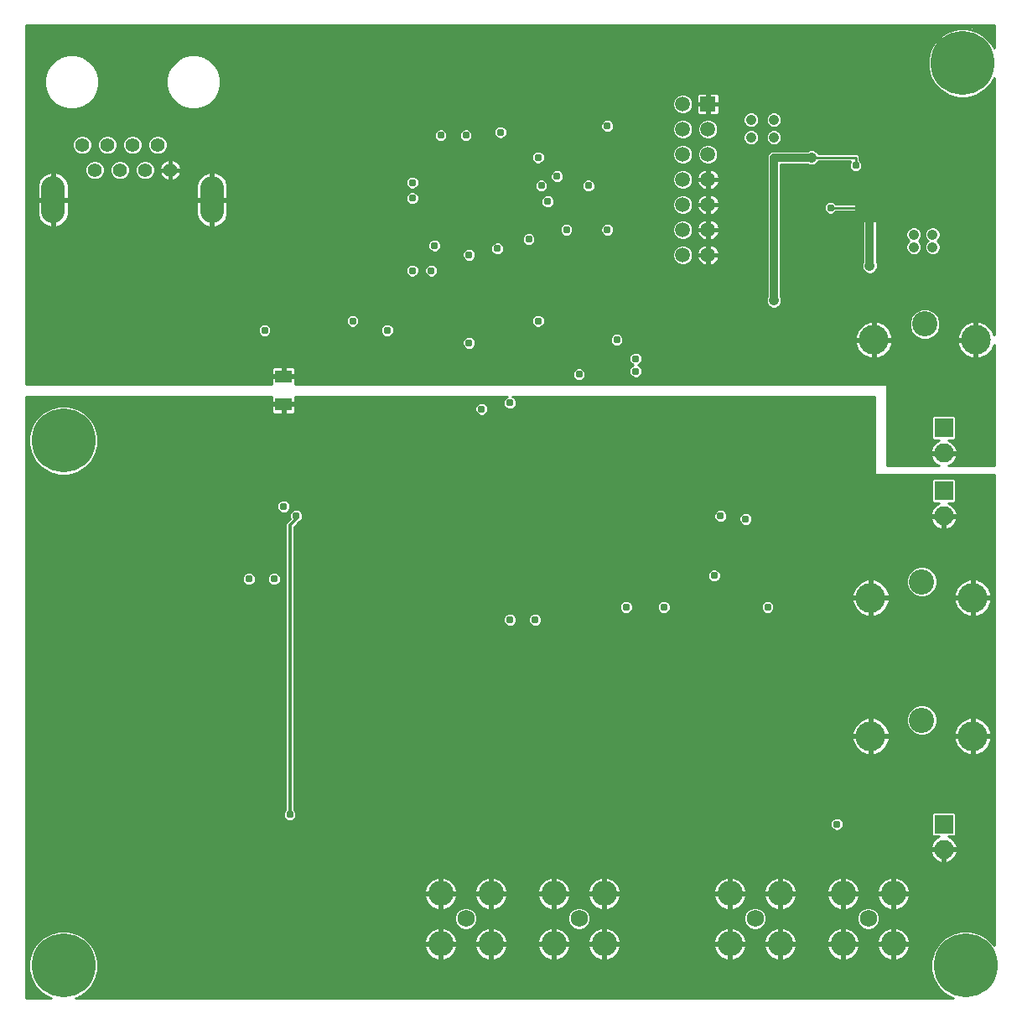
<source format=gbr>
G75*
G70*
%OFA0B0*%
%FSLAX24Y24*%
%IPPOS*%
%LPD*%
%AMOC8*
5,1,8,0,0,1.08239X$1,22.5*
%
%ADD10R,0.0590X0.0590*%
%ADD11C,0.0590*%
%ADD12C,0.1005*%
%ADD13C,0.0690*%
%ADD14C,0.0945*%
%ADD15C,0.0554*%
%ADD16R,0.0650X0.0500*%
%ADD17C,0.2540*%
%ADD18C,0.1004*%
%ADD19C,0.1181*%
%ADD20R,0.0768X0.0768*%
%ADD21C,0.0768*%
%ADD22C,0.0310*%
%ADD23C,0.0100*%
%ADD24C,0.0396*%
%ADD25C,0.0410*%
%ADD26C,0.0120*%
%ADD27C,0.0320*%
D10*
X027724Y036107D03*
D11*
X026724Y036107D03*
X026724Y035107D03*
X026724Y034107D03*
X026724Y033107D03*
X027724Y033107D03*
X027724Y034107D03*
X027724Y035107D03*
X027724Y032107D03*
X026724Y032107D03*
X026724Y031107D03*
X027724Y031107D03*
X027724Y030107D03*
X026724Y030107D03*
D12*
X028599Y004732D03*
X028599Y002732D03*
X030599Y002732D03*
X030599Y004732D03*
X033099Y004732D03*
X033099Y002732D03*
X035099Y002732D03*
X035099Y004732D03*
X023599Y004732D03*
X021599Y004732D03*
X021599Y002732D03*
X023599Y002732D03*
X019099Y002732D03*
X017099Y002732D03*
X017099Y004732D03*
X019099Y004732D03*
D13*
X018099Y003732D03*
X022599Y003732D03*
X029599Y003732D03*
X034099Y003732D03*
D14*
X008009Y031824D02*
X008009Y032769D01*
X001690Y032769D02*
X001690Y031824D01*
D15*
X003349Y033482D03*
X004349Y033482D03*
X005349Y033482D03*
X006349Y033482D03*
X005849Y034482D03*
X004849Y034482D03*
X003849Y034482D03*
X002849Y034482D03*
D16*
X010849Y025282D03*
X010849Y024182D03*
D17*
X002099Y022732D03*
X002099Y001857D03*
X037974Y001857D03*
X037849Y037732D03*
D18*
X036349Y027362D03*
X036224Y017112D03*
X036224Y011612D03*
D19*
X034197Y010982D03*
X038252Y010982D03*
X038252Y016482D03*
X034197Y016482D03*
X034322Y026732D03*
X038377Y026732D03*
D20*
X037099Y023232D03*
X037099Y020732D03*
X037099Y007482D03*
D21*
X037099Y006482D03*
X037099Y019732D03*
X037099Y022232D03*
D22*
X031849Y019357D03*
X029224Y019607D03*
X028224Y019732D03*
X028849Y018607D03*
X028474Y017607D03*
X027974Y017357D03*
X027599Y016107D03*
X025974Y016107D03*
X025474Y017357D03*
X024474Y016107D03*
X023599Y015607D03*
X023599Y015107D03*
X023099Y017232D03*
X020849Y015607D03*
X019849Y015607D03*
X017849Y017482D03*
X017349Y015607D03*
X017724Y013732D03*
X013349Y016732D03*
X013349Y017232D03*
X013349Y017732D03*
X011349Y019732D03*
X010849Y020107D03*
X010474Y017232D03*
X009474Y017232D03*
X006849Y017232D03*
X006849Y017732D03*
X006849Y016732D03*
X011099Y007857D03*
X018599Y006982D03*
X023349Y006982D03*
X030349Y006982D03*
X032849Y007482D03*
X034599Y006982D03*
X030099Y016107D03*
X026599Y020357D03*
X025349Y024107D03*
X024849Y025482D03*
X024849Y025982D03*
X024099Y026732D03*
X022599Y025357D03*
X021099Y024107D03*
X019849Y024232D03*
X018724Y023982D03*
X017974Y025107D03*
X018224Y026607D03*
X018224Y028482D03*
X019349Y028607D03*
X018224Y030107D03*
X019349Y030357D03*
X020599Y030732D03*
X020474Y031357D03*
X021349Y032232D03*
X021099Y032857D03*
X021724Y033232D03*
X020974Y033982D03*
X019474Y034982D03*
X018099Y034857D03*
X017099Y034857D03*
X015474Y035107D03*
X015474Y034107D03*
X015974Y032982D03*
X015974Y032357D03*
X015474Y031107D03*
X015474Y030107D03*
X015974Y029482D03*
X016724Y029482D03*
X016849Y030482D03*
X014474Y030107D03*
X013474Y030107D03*
X012474Y030107D03*
X011474Y030107D03*
X010474Y030107D03*
X010474Y031107D03*
X010474Y032107D03*
X010474Y033107D03*
X010474Y034107D03*
X010474Y035107D03*
X010474Y036107D03*
X010474Y037107D03*
X011474Y037107D03*
X012474Y037107D03*
X013474Y037107D03*
X014474Y037107D03*
X015474Y037107D03*
X015474Y036107D03*
X017099Y036607D03*
X018099Y036607D03*
X022974Y032857D03*
X022849Y032107D03*
X023724Y031607D03*
X023724Y031107D03*
X023724Y030607D03*
X022099Y031107D03*
X020974Y027482D03*
X019849Y022607D03*
X014974Y027107D03*
X013599Y027482D03*
X012974Y028607D03*
X010099Y027107D03*
X023724Y035232D03*
X029474Y032794D03*
X032599Y031982D03*
X033599Y033669D03*
X036724Y032982D03*
D23*
X001619Y000557D02*
X000599Y000557D01*
X000599Y024482D01*
X010374Y024482D01*
X010374Y024232D01*
X010799Y024232D01*
X010799Y024132D01*
X010374Y024132D01*
X010374Y023870D01*
X010462Y023782D01*
X010799Y023782D01*
X010799Y024132D01*
X010899Y024132D01*
X010899Y023782D01*
X011237Y023782D01*
X011324Y023870D01*
X011324Y024132D01*
X010900Y024132D01*
X010900Y024232D01*
X011324Y024232D01*
X011324Y024482D01*
X019761Y024482D01*
X019699Y024456D01*
X019625Y024382D01*
X019584Y024285D01*
X019584Y024179D01*
X019625Y024082D01*
X019699Y024007D01*
X019797Y023967D01*
X019902Y023967D01*
X019999Y024007D01*
X020074Y024082D01*
X020114Y024179D01*
X020114Y024285D01*
X020074Y024382D01*
X019999Y024456D01*
X019938Y024482D01*
X034349Y024482D01*
X034349Y021357D01*
X039099Y021357D01*
X039099Y002668D01*
X039079Y002704D01*
X038822Y002961D01*
X038507Y003143D01*
X038156Y003237D01*
X037793Y003237D01*
X037442Y003143D01*
X037127Y002961D01*
X036870Y002704D01*
X036688Y002389D01*
X036594Y002039D01*
X036594Y001675D01*
X036688Y001324D01*
X036870Y001009D01*
X037127Y000753D01*
X037442Y000571D01*
X037494Y000557D01*
X002579Y000557D01*
X002632Y000571D01*
X002947Y000753D01*
X003204Y001009D01*
X003385Y001324D01*
X003479Y001675D01*
X003479Y002039D01*
X003385Y002389D01*
X003204Y002704D01*
X002947Y002961D01*
X002632Y003143D01*
X002281Y003237D01*
X001918Y003237D01*
X001567Y003143D01*
X001252Y002961D01*
X000995Y002704D01*
X000813Y002389D01*
X000719Y002039D01*
X000719Y001675D01*
X000813Y001324D01*
X000995Y001009D01*
X001252Y000753D01*
X001567Y000571D01*
X001619Y000557D01*
X001471Y000626D02*
X000599Y000626D01*
X000599Y000725D02*
X001301Y000725D01*
X001181Y000823D02*
X000599Y000823D01*
X000599Y000922D02*
X001083Y000922D01*
X000989Y001020D02*
X000599Y001020D01*
X000599Y001119D02*
X000932Y001119D01*
X000875Y001217D02*
X000599Y001217D01*
X000599Y001316D02*
X000818Y001316D01*
X000789Y001414D02*
X000599Y001414D01*
X000599Y001513D02*
X000763Y001513D01*
X000736Y001611D02*
X000599Y001611D01*
X000599Y001710D02*
X000719Y001710D01*
X000719Y001809D02*
X000599Y001809D01*
X000599Y001907D02*
X000719Y001907D01*
X000719Y002006D02*
X000599Y002006D01*
X000599Y002104D02*
X000737Y002104D01*
X000763Y002203D02*
X000599Y002203D01*
X000599Y002301D02*
X000790Y002301D01*
X000819Y002400D02*
X000599Y002400D01*
X000599Y002498D02*
X000876Y002498D01*
X000933Y002597D02*
X000599Y002597D01*
X000599Y002695D02*
X000990Y002695D01*
X001085Y002794D02*
X000599Y002794D01*
X000599Y002892D02*
X001183Y002892D01*
X001304Y002991D02*
X000599Y002991D01*
X000599Y003090D02*
X001475Y003090D01*
X001736Y003188D02*
X000599Y003188D01*
X000599Y003287D02*
X016734Y003287D01*
X016730Y003285D02*
X016970Y003384D01*
X017049Y003384D01*
X017049Y002782D01*
X016447Y002782D01*
X016447Y002862D01*
X016546Y003101D01*
X016730Y003285D01*
X016633Y003188D02*
X002463Y003188D01*
X002724Y003090D02*
X016541Y003090D01*
X016500Y002991D02*
X002895Y002991D01*
X003015Y002892D02*
X016460Y002892D01*
X016447Y002794D02*
X003114Y002794D01*
X003209Y002695D02*
X017049Y002695D01*
X017049Y002682D02*
X017049Y002782D01*
X017149Y002782D01*
X017149Y003384D01*
X017229Y003384D01*
X017469Y003285D01*
X017653Y003101D01*
X017752Y002862D01*
X017752Y002782D01*
X017150Y002782D01*
X017150Y002682D01*
X017752Y002682D01*
X017752Y002602D01*
X017653Y002362D01*
X017469Y002179D01*
X017229Y002079D01*
X017149Y002079D01*
X017149Y002682D01*
X017049Y002682D01*
X016447Y002682D01*
X016447Y002602D01*
X016546Y002362D01*
X016730Y002179D01*
X016970Y002079D01*
X017049Y002079D01*
X017049Y002682D01*
X017049Y002597D02*
X017149Y002597D01*
X017150Y002695D02*
X019049Y002695D01*
X019049Y002682D02*
X019049Y002782D01*
X018447Y002782D01*
X018447Y002862D01*
X018546Y003101D01*
X018730Y003285D01*
X018970Y003384D01*
X019049Y003384D01*
X019049Y002782D01*
X019149Y002782D01*
X019149Y003384D01*
X019229Y003384D01*
X019469Y003285D01*
X019653Y003101D01*
X019752Y002862D01*
X019752Y002782D01*
X019150Y002782D01*
X019150Y002682D01*
X019752Y002682D01*
X019752Y002602D01*
X019653Y002362D01*
X019469Y002179D01*
X019229Y002079D01*
X019149Y002079D01*
X019149Y002682D01*
X019049Y002682D01*
X018447Y002682D01*
X018447Y002602D01*
X018546Y002362D01*
X018730Y002179D01*
X018970Y002079D01*
X019049Y002079D01*
X019049Y002682D01*
X019049Y002597D02*
X019149Y002597D01*
X019150Y002695D02*
X021549Y002695D01*
X021549Y002682D02*
X021549Y002782D01*
X020947Y002782D01*
X020947Y002862D01*
X021046Y003101D01*
X021230Y003285D01*
X021470Y003384D01*
X021549Y003384D01*
X021549Y002782D01*
X021649Y002782D01*
X021649Y003384D01*
X021729Y003384D01*
X021969Y003285D01*
X022153Y003101D01*
X022252Y002862D01*
X022252Y002782D01*
X021650Y002782D01*
X021650Y002682D01*
X022252Y002682D01*
X022252Y002602D01*
X022153Y002362D01*
X021969Y002179D01*
X021729Y002079D01*
X021649Y002079D01*
X021649Y002682D01*
X021549Y002682D01*
X020947Y002682D01*
X020947Y002602D01*
X021046Y002362D01*
X021230Y002179D01*
X021470Y002079D01*
X021549Y002079D01*
X021549Y002682D01*
X021549Y002597D02*
X021649Y002597D01*
X021650Y002695D02*
X023549Y002695D01*
X023549Y002682D02*
X023549Y002782D01*
X022947Y002782D01*
X022947Y002862D01*
X023046Y003101D01*
X023230Y003285D01*
X023470Y003384D01*
X023549Y003384D01*
X023549Y002782D01*
X023649Y002782D01*
X023649Y003384D01*
X023729Y003384D01*
X023969Y003285D01*
X024153Y003101D01*
X024252Y002862D01*
X024252Y002782D01*
X023650Y002782D01*
X023650Y002682D01*
X024252Y002682D01*
X024252Y002602D01*
X024153Y002362D01*
X023969Y002179D01*
X023729Y002079D01*
X023649Y002079D01*
X023649Y002682D01*
X023549Y002682D01*
X022947Y002682D01*
X022947Y002602D01*
X023046Y002362D01*
X023230Y002179D01*
X023470Y002079D01*
X023549Y002079D01*
X023549Y002682D01*
X023549Y002597D02*
X023649Y002597D01*
X023650Y002695D02*
X028549Y002695D01*
X028549Y002682D02*
X028549Y002782D01*
X027947Y002782D01*
X027947Y002862D01*
X028046Y003101D01*
X028230Y003285D01*
X028470Y003384D01*
X028549Y003384D01*
X028549Y002782D01*
X028649Y002782D01*
X028649Y003384D01*
X028729Y003384D01*
X028969Y003285D01*
X029153Y003101D01*
X029252Y002862D01*
X029252Y002782D01*
X028650Y002782D01*
X028650Y002682D01*
X029252Y002682D01*
X029252Y002602D01*
X029153Y002362D01*
X028969Y002179D01*
X028729Y002079D01*
X028649Y002079D01*
X028649Y002682D01*
X028549Y002682D01*
X027947Y002682D01*
X027947Y002602D01*
X028046Y002362D01*
X028230Y002179D01*
X028470Y002079D01*
X028549Y002079D01*
X028549Y002682D01*
X028549Y002597D02*
X028649Y002597D01*
X028650Y002695D02*
X030549Y002695D01*
X030549Y002682D02*
X030549Y002782D01*
X029947Y002782D01*
X029947Y002862D01*
X030046Y003101D01*
X030230Y003285D01*
X030470Y003384D01*
X030549Y003384D01*
X030549Y002782D01*
X030649Y002782D01*
X030649Y003384D01*
X030729Y003384D01*
X030969Y003285D01*
X031153Y003101D01*
X031252Y002862D01*
X031252Y002782D01*
X030650Y002782D01*
X030650Y002682D01*
X031252Y002682D01*
X031252Y002602D01*
X031153Y002362D01*
X030969Y002179D01*
X030729Y002079D01*
X030649Y002079D01*
X030649Y002682D01*
X030549Y002682D01*
X029947Y002682D01*
X029947Y002602D01*
X030046Y002362D01*
X030230Y002179D01*
X030470Y002079D01*
X030549Y002079D01*
X030549Y002682D01*
X030549Y002597D02*
X030649Y002597D01*
X030650Y002695D02*
X033049Y002695D01*
X033049Y002682D02*
X033049Y002782D01*
X032447Y002782D01*
X032447Y002862D01*
X032546Y003101D01*
X032730Y003285D01*
X032970Y003384D01*
X033049Y003384D01*
X033049Y002782D01*
X033149Y002782D01*
X033149Y003384D01*
X033229Y003384D01*
X033469Y003285D01*
X033653Y003101D01*
X033752Y002862D01*
X033752Y002782D01*
X033150Y002782D01*
X033150Y002682D01*
X033752Y002682D01*
X033752Y002602D01*
X033653Y002362D01*
X033469Y002179D01*
X033229Y002079D01*
X033149Y002079D01*
X033149Y002682D01*
X033049Y002682D01*
X032447Y002682D01*
X032447Y002602D01*
X032546Y002362D01*
X032730Y002179D01*
X032970Y002079D01*
X033049Y002079D01*
X033049Y002682D01*
X033049Y002597D02*
X033149Y002597D01*
X033150Y002695D02*
X035049Y002695D01*
X035049Y002682D02*
X035049Y002782D01*
X034447Y002782D01*
X034447Y002862D01*
X034546Y003101D01*
X034730Y003285D01*
X034970Y003384D01*
X035049Y003384D01*
X035049Y002782D01*
X035149Y002782D01*
X035149Y003384D01*
X035229Y003384D01*
X035469Y003285D01*
X035653Y003101D01*
X035752Y002862D01*
X035752Y002782D01*
X035150Y002782D01*
X035150Y002682D01*
X035752Y002682D01*
X035752Y002602D01*
X035653Y002362D01*
X035469Y002179D01*
X035229Y002079D01*
X035149Y002079D01*
X035149Y002682D01*
X035049Y002682D01*
X034447Y002682D01*
X034447Y002602D01*
X034546Y002362D01*
X034730Y002179D01*
X034970Y002079D01*
X035049Y002079D01*
X035049Y002682D01*
X035049Y002597D02*
X035149Y002597D01*
X035150Y002695D02*
X036865Y002695D01*
X036808Y002597D02*
X035750Y002597D01*
X035709Y002498D02*
X036751Y002498D01*
X036694Y002400D02*
X035668Y002400D01*
X035592Y002301D02*
X036665Y002301D01*
X036638Y002203D02*
X035493Y002203D01*
X035289Y002104D02*
X036612Y002104D01*
X036594Y002006D02*
X003479Y002006D01*
X003479Y001907D02*
X036594Y001907D01*
X036594Y001809D02*
X003479Y001809D01*
X003479Y001710D02*
X036594Y001710D01*
X036611Y001611D02*
X003462Y001611D01*
X003436Y001513D02*
X036638Y001513D01*
X036664Y001414D02*
X003410Y001414D01*
X003381Y001316D02*
X036693Y001316D01*
X036750Y001217D02*
X003324Y001217D01*
X003267Y001119D02*
X036807Y001119D01*
X036864Y001020D02*
X003210Y001020D01*
X003116Y000922D02*
X036958Y000922D01*
X037056Y000823D02*
X003017Y000823D01*
X002898Y000725D02*
X037176Y000725D01*
X037346Y000626D02*
X002728Y000626D01*
X003462Y002104D02*
X016910Y002104D01*
X017049Y002104D02*
X017149Y002104D01*
X017149Y002203D02*
X017049Y002203D01*
X017049Y002301D02*
X017149Y002301D01*
X017149Y002400D02*
X017049Y002400D01*
X017049Y002498D02*
X017149Y002498D01*
X017149Y002794D02*
X017049Y002794D01*
X017049Y002892D02*
X017149Y002892D01*
X017149Y002991D02*
X017049Y002991D01*
X017049Y003090D02*
X017149Y003090D01*
X017149Y003188D02*
X017049Y003188D01*
X017049Y003287D02*
X017149Y003287D01*
X017465Y003287D02*
X017985Y003287D01*
X018009Y003277D02*
X017842Y003346D01*
X017714Y003474D01*
X017644Y003641D01*
X017644Y003822D01*
X017714Y003990D01*
X017842Y004118D01*
X018009Y004187D01*
X018190Y004187D01*
X018357Y004118D01*
X018485Y003990D01*
X018554Y003822D01*
X018554Y003641D01*
X018485Y003474D01*
X018357Y003346D01*
X018190Y003277D01*
X018009Y003277D01*
X018214Y003287D02*
X018734Y003287D01*
X018633Y003188D02*
X017566Y003188D01*
X017657Y003090D02*
X018541Y003090D01*
X018500Y002991D02*
X017698Y002991D01*
X017739Y002892D02*
X018460Y002892D01*
X018447Y002794D02*
X017752Y002794D01*
X017750Y002597D02*
X018449Y002597D01*
X018490Y002498D02*
X017709Y002498D01*
X017668Y002400D02*
X018531Y002400D01*
X018607Y002301D02*
X017592Y002301D01*
X017493Y002203D02*
X018706Y002203D01*
X018910Y002104D02*
X017289Y002104D01*
X016706Y002203D02*
X003435Y002203D01*
X003409Y002301D02*
X016607Y002301D01*
X016531Y002400D02*
X003379Y002400D01*
X003322Y002498D02*
X016490Y002498D01*
X016449Y002597D02*
X003266Y002597D01*
X000599Y003385D02*
X017803Y003385D01*
X017710Y003484D02*
X000599Y003484D01*
X000599Y003582D02*
X017669Y003582D01*
X017644Y003681D02*
X000599Y003681D01*
X000599Y003779D02*
X017644Y003779D01*
X017667Y003878D02*
X000599Y003878D01*
X000599Y003976D02*
X017708Y003976D01*
X017799Y004075D02*
X000599Y004075D01*
X000599Y004174D02*
X016742Y004174D01*
X016730Y004179D02*
X016546Y004362D01*
X016447Y004602D01*
X016447Y004682D01*
X017049Y004682D01*
X017049Y004782D01*
X016447Y004782D01*
X016447Y004862D01*
X016546Y005101D01*
X016730Y005285D01*
X016970Y005384D01*
X017049Y005384D01*
X017049Y004782D01*
X017149Y004782D01*
X017149Y005384D01*
X017229Y005384D01*
X017469Y005285D01*
X017653Y005101D01*
X017752Y004862D01*
X017752Y004782D01*
X017150Y004782D01*
X017150Y004682D01*
X017752Y004682D01*
X017752Y004602D01*
X017653Y004362D01*
X017469Y004179D01*
X017229Y004079D01*
X017149Y004079D01*
X017149Y004682D01*
X017049Y004682D01*
X017049Y004079D01*
X016970Y004079D01*
X016730Y004179D01*
X016636Y004272D02*
X000599Y004272D01*
X000599Y004371D02*
X016543Y004371D01*
X016502Y004469D02*
X000599Y004469D01*
X000599Y004568D02*
X016461Y004568D01*
X016447Y004666D02*
X000599Y004666D01*
X000599Y004765D02*
X017049Y004765D01*
X017049Y004863D02*
X017149Y004863D01*
X017150Y004765D02*
X019049Y004765D01*
X019049Y004782D02*
X018447Y004782D01*
X018447Y004862D01*
X018546Y005101D01*
X018730Y005285D01*
X018970Y005384D01*
X019049Y005384D01*
X019049Y004782D01*
X019049Y004682D01*
X018447Y004682D01*
X018447Y004602D01*
X018546Y004362D01*
X018730Y004179D01*
X018970Y004079D01*
X019049Y004079D01*
X019049Y004682D01*
X019149Y004682D01*
X019149Y004079D01*
X019229Y004079D01*
X019469Y004179D01*
X019653Y004362D01*
X019752Y004602D01*
X019752Y004682D01*
X019150Y004682D01*
X019150Y004782D01*
X019752Y004782D01*
X019752Y004862D01*
X019653Y005101D01*
X019469Y005285D01*
X019229Y005384D01*
X019149Y005384D01*
X019149Y004782D01*
X019049Y004782D01*
X019049Y004863D02*
X019149Y004863D01*
X019150Y004765D02*
X021549Y004765D01*
X021549Y004782D02*
X020947Y004782D01*
X020947Y004862D01*
X021046Y005101D01*
X021230Y005285D01*
X021470Y005384D01*
X021549Y005384D01*
X021549Y004782D01*
X021549Y004682D01*
X020947Y004682D01*
X020947Y004602D01*
X021046Y004362D01*
X021230Y004179D01*
X021470Y004079D01*
X021549Y004079D01*
X021549Y004682D01*
X021649Y004682D01*
X021649Y004079D01*
X021729Y004079D01*
X021969Y004179D01*
X022153Y004362D01*
X022252Y004602D01*
X022252Y004682D01*
X021650Y004682D01*
X021650Y004782D01*
X022252Y004782D01*
X022252Y004862D01*
X022153Y005101D01*
X021969Y005285D01*
X021729Y005384D01*
X021649Y005384D01*
X021649Y004782D01*
X021549Y004782D01*
X021549Y004863D02*
X021649Y004863D01*
X021650Y004765D02*
X023549Y004765D01*
X023549Y004782D02*
X022947Y004782D01*
X022947Y004862D01*
X023046Y005101D01*
X023230Y005285D01*
X023470Y005384D01*
X023549Y005384D01*
X023549Y004782D01*
X023549Y004682D01*
X022947Y004682D01*
X022947Y004602D01*
X023046Y004362D01*
X023230Y004179D01*
X023470Y004079D01*
X023549Y004079D01*
X023549Y004682D01*
X023649Y004682D01*
X023649Y004079D01*
X023729Y004079D01*
X023969Y004179D01*
X024153Y004362D01*
X024252Y004602D01*
X024252Y004682D01*
X023650Y004682D01*
X023650Y004782D01*
X024252Y004782D01*
X024252Y004862D01*
X024153Y005101D01*
X023969Y005285D01*
X023729Y005384D01*
X023649Y005384D01*
X023649Y004782D01*
X023549Y004782D01*
X023549Y004863D02*
X023649Y004863D01*
X023650Y004765D02*
X028549Y004765D01*
X028549Y004782D02*
X027947Y004782D01*
X027947Y004862D01*
X028046Y005101D01*
X028230Y005285D01*
X028470Y005384D01*
X028549Y005384D01*
X028549Y004782D01*
X028549Y004682D01*
X027947Y004682D01*
X027947Y004602D01*
X028046Y004362D01*
X028230Y004179D01*
X028470Y004079D01*
X028549Y004079D01*
X028549Y004682D01*
X028649Y004682D01*
X028649Y004079D01*
X028729Y004079D01*
X028969Y004179D01*
X029153Y004362D01*
X029252Y004602D01*
X029252Y004682D01*
X028650Y004682D01*
X028650Y004782D01*
X029252Y004782D01*
X029252Y004862D01*
X029153Y005101D01*
X028969Y005285D01*
X028729Y005384D01*
X028649Y005384D01*
X028649Y004782D01*
X028549Y004782D01*
X028549Y004863D02*
X028649Y004863D01*
X028650Y004765D02*
X030549Y004765D01*
X030549Y004782D02*
X029947Y004782D01*
X029947Y004862D01*
X030046Y005101D01*
X030230Y005285D01*
X030470Y005384D01*
X030549Y005384D01*
X030549Y004782D01*
X030549Y004682D01*
X029947Y004682D01*
X029947Y004602D01*
X030046Y004362D01*
X030230Y004179D01*
X030470Y004079D01*
X030549Y004079D01*
X030549Y004682D01*
X030649Y004682D01*
X030649Y004079D01*
X030729Y004079D01*
X030969Y004179D01*
X031153Y004362D01*
X031252Y004602D01*
X031252Y004682D01*
X030650Y004682D01*
X030650Y004782D01*
X031252Y004782D01*
X031252Y004862D01*
X031153Y005101D01*
X030969Y005285D01*
X030729Y005384D01*
X030649Y005384D01*
X030649Y004782D01*
X030549Y004782D01*
X030549Y004863D02*
X030649Y004863D01*
X030650Y004765D02*
X033049Y004765D01*
X033049Y004782D02*
X032447Y004782D01*
X032447Y004862D01*
X032546Y005101D01*
X032730Y005285D01*
X032970Y005384D01*
X033049Y005384D01*
X033049Y004782D01*
X033049Y004682D01*
X032447Y004682D01*
X032447Y004602D01*
X032546Y004362D01*
X032730Y004179D01*
X032970Y004079D01*
X033049Y004079D01*
X033049Y004682D01*
X033149Y004682D01*
X033149Y004079D01*
X033229Y004079D01*
X033469Y004179D01*
X033653Y004362D01*
X033752Y004602D01*
X033752Y004682D01*
X033150Y004682D01*
X033150Y004782D01*
X033752Y004782D01*
X033752Y004862D01*
X033653Y005101D01*
X033469Y005285D01*
X033229Y005384D01*
X033149Y005384D01*
X033149Y004782D01*
X033049Y004782D01*
X033049Y004863D02*
X033149Y004863D01*
X033150Y004765D02*
X035049Y004765D01*
X035049Y004782D02*
X034447Y004782D01*
X034447Y004862D01*
X034546Y005101D01*
X034730Y005285D01*
X034970Y005384D01*
X035049Y005384D01*
X035049Y004782D01*
X035049Y004682D01*
X034447Y004682D01*
X034447Y004602D01*
X034546Y004362D01*
X034730Y004179D01*
X034970Y004079D01*
X035049Y004079D01*
X035049Y004682D01*
X035149Y004682D01*
X035149Y004079D01*
X035229Y004079D01*
X035469Y004179D01*
X035653Y004362D01*
X035752Y004602D01*
X035752Y004682D01*
X035150Y004682D01*
X035150Y004782D01*
X035752Y004782D01*
X035752Y004862D01*
X035653Y005101D01*
X035469Y005285D01*
X035229Y005384D01*
X035149Y005384D01*
X035149Y004782D01*
X035049Y004782D01*
X035049Y004863D02*
X035149Y004863D01*
X035150Y004765D02*
X039099Y004765D01*
X039099Y004863D02*
X035751Y004863D01*
X035710Y004962D02*
X039099Y004962D01*
X039099Y005060D02*
X035670Y005060D01*
X035595Y005159D02*
X039099Y005159D01*
X039099Y005258D02*
X035496Y005258D01*
X035297Y005356D02*
X039099Y005356D01*
X039099Y005455D02*
X000599Y005455D01*
X000599Y005553D02*
X039099Y005553D01*
X039099Y005652D02*
X000599Y005652D01*
X000599Y005750D02*
X039099Y005750D01*
X039099Y005849D02*
X000599Y005849D01*
X000599Y005947D02*
X039099Y005947D01*
X039099Y006046D02*
X037418Y006046D01*
X037402Y006029D02*
X037206Y005948D01*
X037149Y005948D01*
X037149Y006432D01*
X037049Y006432D01*
X037049Y006532D01*
X036566Y006532D01*
X036566Y006588D01*
X036647Y006784D01*
X036797Y006934D01*
X036926Y006988D01*
X036670Y006988D01*
X036606Y007052D01*
X036606Y007911D01*
X036670Y007976D01*
X037529Y007976D01*
X037593Y007911D01*
X037593Y007052D01*
X037529Y006988D01*
X037272Y006988D01*
X037402Y006934D01*
X037552Y006784D01*
X037633Y006588D01*
X037633Y006532D01*
X037150Y006532D01*
X037150Y006432D01*
X037633Y006432D01*
X037633Y006376D01*
X037552Y006179D01*
X037402Y006029D01*
X037517Y006144D02*
X039099Y006144D01*
X039099Y006243D02*
X037578Y006243D01*
X037619Y006341D02*
X039099Y006341D01*
X039099Y006440D02*
X037150Y006440D01*
X037149Y006341D02*
X037049Y006341D01*
X037049Y006432D02*
X037049Y005948D01*
X036993Y005948D01*
X036797Y006029D01*
X036647Y006179D01*
X036566Y006376D01*
X036566Y006432D01*
X037049Y006432D01*
X037049Y006440D02*
X000599Y006440D01*
X000599Y006341D02*
X036580Y006341D01*
X036621Y006243D02*
X000599Y006243D01*
X000599Y006144D02*
X036682Y006144D01*
X036780Y006046D02*
X000599Y006046D01*
X000599Y006539D02*
X036566Y006539D01*
X036586Y006637D02*
X000599Y006637D01*
X000599Y006736D02*
X036627Y006736D01*
X036697Y006834D02*
X000599Y006834D01*
X000599Y006933D02*
X036795Y006933D01*
X036627Y007031D02*
X000599Y007031D01*
X000599Y007130D02*
X036606Y007130D01*
X036606Y007228D02*
X032930Y007228D01*
X032902Y007217D02*
X032797Y007217D01*
X032699Y007257D01*
X032625Y007332D01*
X032584Y007429D01*
X032584Y007535D01*
X032625Y007632D01*
X032699Y007706D01*
X032797Y007747D01*
X032902Y007747D01*
X032999Y007706D01*
X033074Y007632D01*
X033114Y007535D01*
X033114Y007429D01*
X033074Y007332D01*
X032999Y007257D01*
X032902Y007217D01*
X032769Y007228D02*
X000599Y007228D01*
X000599Y007327D02*
X032630Y007327D01*
X032586Y007425D02*
X000599Y007425D01*
X000599Y007524D02*
X032584Y007524D01*
X032621Y007623D02*
X011226Y007623D01*
X011249Y007632D02*
X011152Y007592D01*
X011047Y007592D01*
X010949Y007632D01*
X010875Y007707D01*
X010834Y007804D01*
X010834Y007910D01*
X010875Y008007D01*
X010929Y008062D01*
X010929Y019286D01*
X010929Y019427D01*
X011113Y019611D01*
X011084Y019679D01*
X011084Y019785D01*
X011125Y019882D01*
X011199Y019956D01*
X011297Y019997D01*
X011402Y019997D01*
X011499Y019956D01*
X011574Y019882D01*
X011614Y019785D01*
X011614Y019679D01*
X011574Y019582D01*
X011499Y019507D01*
X011484Y019501D01*
X011420Y019437D01*
X011269Y019286D01*
X011269Y008062D01*
X011324Y008007D01*
X011364Y007910D01*
X011364Y007804D01*
X011324Y007707D01*
X011249Y007632D01*
X011330Y007721D02*
X032735Y007721D01*
X032964Y007721D02*
X036606Y007721D01*
X036606Y007623D02*
X033078Y007623D01*
X033114Y007524D02*
X036606Y007524D01*
X036606Y007425D02*
X033113Y007425D01*
X033069Y007327D02*
X036606Y007327D01*
X036606Y007820D02*
X011364Y007820D01*
X011361Y007918D02*
X036613Y007918D01*
X037586Y007918D02*
X039099Y007918D01*
X039099Y007820D02*
X037593Y007820D01*
X037593Y007721D02*
X039099Y007721D01*
X039099Y007623D02*
X037593Y007623D01*
X037593Y007524D02*
X039099Y007524D01*
X039099Y007425D02*
X037593Y007425D01*
X037593Y007327D02*
X039099Y007327D01*
X039099Y007228D02*
X037593Y007228D01*
X037593Y007130D02*
X039099Y007130D01*
X039099Y007031D02*
X037572Y007031D01*
X037403Y006933D02*
X039099Y006933D01*
X039099Y006834D02*
X037502Y006834D01*
X037572Y006736D02*
X039099Y006736D01*
X039099Y006637D02*
X037613Y006637D01*
X037633Y006539D02*
X039099Y006539D01*
X039099Y008017D02*
X011314Y008017D01*
X011269Y008115D02*
X039099Y008115D01*
X039099Y008214D02*
X011269Y008214D01*
X011269Y008312D02*
X039099Y008312D01*
X039099Y008411D02*
X011269Y008411D01*
X011269Y008509D02*
X039099Y008509D01*
X039099Y008608D02*
X011269Y008608D01*
X011269Y008707D02*
X039099Y008707D01*
X039099Y008805D02*
X011269Y008805D01*
X011269Y008904D02*
X039099Y008904D01*
X039099Y009002D02*
X011269Y009002D01*
X011269Y009101D02*
X039099Y009101D01*
X039099Y009199D02*
X011269Y009199D01*
X011269Y009298D02*
X039099Y009298D01*
X039099Y009396D02*
X011269Y009396D01*
X011269Y009495D02*
X039099Y009495D01*
X039099Y009593D02*
X011269Y009593D01*
X011269Y009692D02*
X039099Y009692D01*
X039099Y009791D02*
X011269Y009791D01*
X011269Y009889D02*
X039099Y009889D01*
X039099Y009988D02*
X011269Y009988D01*
X011269Y010086D02*
X039099Y010086D01*
X039099Y010185D02*
X011269Y010185D01*
X011269Y010283D02*
X033948Y010283D01*
X034050Y010241D02*
X033777Y010354D01*
X033569Y010562D01*
X033456Y010834D01*
X033456Y010932D01*
X034147Y010932D01*
X034147Y011032D01*
X034247Y011032D01*
X034247Y011722D01*
X034344Y011722D01*
X034616Y011610D01*
X034825Y011401D01*
X034937Y011129D01*
X034937Y011032D01*
X034247Y011032D01*
X034247Y010932D01*
X034937Y010932D01*
X034937Y010834D01*
X034825Y010562D01*
X034616Y010354D01*
X034344Y010241D01*
X034247Y010241D01*
X034247Y010932D01*
X034147Y010932D01*
X034147Y010241D01*
X034050Y010241D01*
X034147Y010283D02*
X034247Y010283D01*
X034247Y010382D02*
X034147Y010382D01*
X034147Y010480D02*
X034247Y010480D01*
X034247Y010579D02*
X034147Y010579D01*
X034147Y010677D02*
X034247Y010677D01*
X034247Y010776D02*
X034147Y010776D01*
X034147Y010874D02*
X034247Y010874D01*
X034247Y010973D02*
X038202Y010973D01*
X038202Y010932D02*
X038202Y011032D01*
X038302Y011032D01*
X038302Y011722D01*
X038399Y011722D01*
X038671Y011610D01*
X038880Y011401D01*
X038992Y011129D01*
X038992Y011032D01*
X038302Y011032D01*
X038302Y010932D01*
X038992Y010932D01*
X038992Y010834D01*
X038880Y010562D01*
X038671Y010354D01*
X038399Y010241D01*
X038302Y010241D01*
X038302Y010932D01*
X038202Y010932D01*
X037511Y010932D01*
X037511Y010834D01*
X037624Y010562D01*
X037832Y010354D01*
X038105Y010241D01*
X038202Y010241D01*
X038202Y010932D01*
X038202Y010874D02*
X038302Y010874D01*
X038302Y010776D02*
X038202Y010776D01*
X038202Y010677D02*
X038302Y010677D01*
X038302Y010579D02*
X038202Y010579D01*
X038202Y010480D02*
X038302Y010480D01*
X038302Y010382D02*
X038202Y010382D01*
X038202Y010283D02*
X038302Y010283D01*
X038501Y010283D02*
X039099Y010283D01*
X039099Y010382D02*
X038699Y010382D01*
X038798Y010480D02*
X039099Y010480D01*
X039099Y010579D02*
X038887Y010579D01*
X038927Y010677D02*
X039099Y010677D01*
X039099Y010776D02*
X038968Y010776D01*
X038992Y010874D02*
X039099Y010874D01*
X039099Y010973D02*
X038302Y010973D01*
X038302Y011072D02*
X038202Y011072D01*
X038202Y011032D02*
X038202Y011722D01*
X038105Y011722D01*
X037832Y011610D01*
X037624Y011401D01*
X037511Y011129D01*
X037511Y011032D01*
X038202Y011032D01*
X038202Y011170D02*
X038302Y011170D01*
X038302Y011269D02*
X038202Y011269D01*
X038202Y011367D02*
X038302Y011367D01*
X038302Y011466D02*
X038202Y011466D01*
X038202Y011564D02*
X038302Y011564D01*
X038302Y011663D02*
X038202Y011663D01*
X037961Y011663D02*
X036836Y011663D01*
X036836Y011733D02*
X036836Y011490D01*
X036743Y011265D01*
X036571Y011093D01*
X036346Y011000D01*
X036103Y011000D01*
X035878Y011093D01*
X035706Y011265D01*
X035612Y011490D01*
X035612Y011733D01*
X035706Y011958D01*
X011269Y011958D01*
X011269Y011860D02*
X035665Y011860D01*
X035706Y011958D02*
X035878Y012131D01*
X036103Y012224D01*
X036346Y012224D01*
X036571Y012131D01*
X036743Y011958D01*
X036836Y011733D01*
X036825Y011761D02*
X039099Y011761D01*
X039099Y011663D02*
X038543Y011663D01*
X038717Y011564D02*
X039099Y011564D01*
X039099Y011466D02*
X038815Y011466D01*
X038894Y011367D02*
X039099Y011367D01*
X039099Y011269D02*
X038935Y011269D01*
X038975Y011170D02*
X039099Y011170D01*
X039099Y011072D02*
X038992Y011072D01*
X039099Y011860D02*
X036784Y011860D01*
X036743Y011958D02*
X039099Y011958D01*
X039099Y012057D02*
X036645Y012057D01*
X036511Y012156D02*
X039099Y012156D01*
X039099Y012254D02*
X011269Y012254D01*
X011269Y012156D02*
X035938Y012156D01*
X035804Y012057D02*
X011269Y012057D01*
X011269Y012353D02*
X039099Y012353D01*
X039099Y012451D02*
X011269Y012451D01*
X011269Y012550D02*
X039099Y012550D01*
X039099Y012648D02*
X011269Y012648D01*
X011269Y012747D02*
X039099Y012747D01*
X039099Y012845D02*
X011269Y012845D01*
X011269Y012944D02*
X039099Y012944D01*
X039099Y013042D02*
X011269Y013042D01*
X011269Y013141D02*
X039099Y013141D01*
X039099Y013240D02*
X011269Y013240D01*
X011269Y013338D02*
X039099Y013338D01*
X039099Y013437D02*
X011269Y013437D01*
X011269Y013535D02*
X039099Y013535D01*
X039099Y013634D02*
X011269Y013634D01*
X011269Y013732D02*
X039099Y013732D01*
X039099Y013831D02*
X011269Y013831D01*
X011269Y013929D02*
X039099Y013929D01*
X039099Y014028D02*
X011269Y014028D01*
X011269Y014126D02*
X039099Y014126D01*
X039099Y014225D02*
X011269Y014225D01*
X011269Y014324D02*
X039099Y014324D01*
X039099Y014422D02*
X011269Y014422D01*
X011269Y014521D02*
X039099Y014521D01*
X039099Y014619D02*
X011269Y014619D01*
X011269Y014718D02*
X039099Y014718D01*
X039099Y014816D02*
X011269Y014816D01*
X011269Y014915D02*
X039099Y014915D01*
X039099Y015013D02*
X011269Y015013D01*
X011269Y015112D02*
X039099Y015112D01*
X039099Y015210D02*
X011269Y015210D01*
X011269Y015309D02*
X039099Y015309D01*
X039099Y015407D02*
X021025Y015407D01*
X020999Y015382D02*
X020902Y015342D01*
X020797Y015342D01*
X020699Y015382D01*
X020625Y015457D01*
X020584Y015554D01*
X020584Y015660D01*
X020625Y015757D01*
X020699Y015831D01*
X020797Y015872D01*
X020902Y015872D01*
X020999Y015831D01*
X021074Y015757D01*
X021114Y015660D01*
X021114Y015554D01*
X021074Y015457D01*
X020999Y015382D01*
X021094Y015506D02*
X039099Y015506D01*
X039099Y015605D02*
X021114Y015605D01*
X021096Y015703D02*
X039099Y015703D01*
X039099Y015802D02*
X038545Y015802D01*
X038671Y015854D02*
X038399Y015741D01*
X038302Y015741D01*
X038302Y016432D01*
X038992Y016432D01*
X038992Y016334D01*
X038880Y016062D01*
X038671Y015854D01*
X038718Y015900D02*
X039099Y015900D01*
X039099Y015999D02*
X038816Y015999D01*
X038894Y016097D02*
X039099Y016097D01*
X039099Y016196D02*
X038935Y016196D01*
X038976Y016294D02*
X039099Y016294D01*
X039099Y016393D02*
X038992Y016393D01*
X038992Y016532D02*
X038302Y016532D01*
X038302Y017222D01*
X038399Y017222D01*
X038671Y017110D01*
X038880Y016901D01*
X038992Y016629D01*
X038992Y016532D01*
X038992Y016590D02*
X039099Y016590D01*
X039099Y016689D02*
X038968Y016689D01*
X038927Y016787D02*
X039099Y016787D01*
X039099Y016886D02*
X038886Y016886D01*
X038797Y016984D02*
X039099Y016984D01*
X039099Y017083D02*
X038698Y017083D01*
X038498Y017181D02*
X039099Y017181D01*
X039099Y017280D02*
X036817Y017280D01*
X036836Y017233D02*
X036836Y016990D01*
X036743Y016765D01*
X036571Y016593D01*
X036346Y016500D01*
X036103Y016500D01*
X035878Y016593D01*
X035706Y016765D01*
X035612Y016990D01*
X035612Y017233D01*
X035706Y017458D01*
X035878Y017631D01*
X036103Y017724D01*
X036346Y017724D01*
X036571Y017631D01*
X036743Y017458D01*
X036836Y017233D01*
X036836Y017181D02*
X038005Y017181D01*
X038105Y017222D02*
X038202Y017222D01*
X038202Y016532D01*
X038302Y016532D01*
X038302Y016432D01*
X038202Y016432D01*
X038202Y016532D01*
X037511Y016532D01*
X037511Y016629D01*
X037624Y016901D01*
X037832Y017110D01*
X038105Y017222D01*
X038202Y017181D02*
X038302Y017181D01*
X038302Y017083D02*
X038202Y017083D01*
X038202Y016984D02*
X038302Y016984D01*
X038302Y016886D02*
X038202Y016886D01*
X038202Y016787D02*
X038302Y016787D01*
X038302Y016689D02*
X038202Y016689D01*
X038202Y016590D02*
X038302Y016590D01*
X038302Y016491D02*
X039099Y016491D01*
X038302Y016393D02*
X038202Y016393D01*
X038202Y016432D02*
X038202Y015741D01*
X038105Y015741D01*
X037832Y015854D01*
X037624Y016062D01*
X037511Y016334D01*
X037511Y016432D01*
X038202Y016432D01*
X038202Y016491D02*
X034247Y016491D01*
X034247Y016532D02*
X034247Y016432D01*
X034937Y016432D01*
X034937Y016334D01*
X034825Y016062D01*
X034616Y015854D01*
X034344Y015741D01*
X034247Y015741D01*
X034247Y016432D01*
X034147Y016432D01*
X034147Y016532D01*
X034247Y016532D01*
X034247Y017222D01*
X034344Y017222D01*
X034616Y017110D01*
X034825Y016901D01*
X034937Y016629D01*
X034937Y016532D01*
X034247Y016532D01*
X034247Y016590D02*
X034147Y016590D01*
X034147Y016532D02*
X034147Y017222D01*
X034050Y017222D01*
X033777Y017110D01*
X033569Y016901D01*
X033456Y016629D01*
X033456Y016532D01*
X034147Y016532D01*
X034147Y016491D02*
X011269Y016491D01*
X011269Y016393D02*
X033456Y016393D01*
X033456Y016432D02*
X034147Y016432D01*
X034147Y015741D01*
X034050Y015741D01*
X033777Y015854D01*
X033569Y016062D01*
X033456Y016334D01*
X033456Y016432D01*
X033473Y016294D02*
X030287Y016294D01*
X030324Y016257D02*
X030364Y016160D01*
X030364Y016054D01*
X030324Y015957D01*
X030249Y015882D01*
X030152Y015842D01*
X030047Y015842D01*
X029949Y015882D01*
X029875Y015957D01*
X029834Y016054D01*
X029834Y016160D01*
X029875Y016257D01*
X029949Y016331D01*
X030047Y016372D01*
X030152Y016372D01*
X030249Y016331D01*
X030324Y016257D01*
X030349Y016196D02*
X033514Y016196D01*
X033555Y016097D02*
X030364Y016097D01*
X030341Y015999D02*
X033633Y015999D01*
X033731Y015900D02*
X030268Y015900D01*
X029931Y015900D02*
X026143Y015900D01*
X026124Y015882D02*
X026027Y015842D01*
X025922Y015842D01*
X025824Y015882D01*
X025750Y015957D01*
X025709Y016054D01*
X025709Y016160D01*
X025750Y016257D01*
X025824Y016331D01*
X025922Y016372D01*
X026027Y016372D01*
X026124Y016331D01*
X026199Y016257D01*
X026239Y016160D01*
X026239Y016054D01*
X026199Y015957D01*
X026124Y015882D01*
X026216Y015999D02*
X029857Y015999D01*
X029834Y016097D02*
X026239Y016097D01*
X026224Y016196D02*
X029849Y016196D01*
X029912Y016294D02*
X026162Y016294D01*
X025787Y016294D02*
X024662Y016294D01*
X024699Y016257D02*
X024624Y016331D01*
X024527Y016372D01*
X024422Y016372D01*
X024324Y016331D01*
X024250Y016257D01*
X024209Y016160D01*
X024209Y016054D01*
X024250Y015957D01*
X024324Y015882D01*
X024422Y015842D01*
X024527Y015842D01*
X024624Y015882D01*
X024699Y015957D01*
X024739Y016054D01*
X024739Y016160D01*
X024699Y016257D01*
X024724Y016196D02*
X025724Y016196D01*
X025709Y016097D02*
X024739Y016097D01*
X024716Y015999D02*
X025732Y015999D01*
X025806Y015900D02*
X024643Y015900D01*
X024306Y015900D02*
X011269Y015900D01*
X011269Y015802D02*
X019670Y015802D01*
X019699Y015831D02*
X019797Y015872D01*
X019902Y015872D01*
X019999Y015831D01*
X020074Y015757D01*
X020114Y015660D01*
X020114Y015554D01*
X020074Y015457D01*
X019999Y015382D01*
X019902Y015342D01*
X019797Y015342D01*
X019699Y015382D01*
X019625Y015457D01*
X019584Y015554D01*
X019584Y015660D01*
X019625Y015757D01*
X019699Y015831D01*
X019602Y015703D02*
X011269Y015703D01*
X011269Y015605D02*
X019584Y015605D01*
X019604Y015506D02*
X011269Y015506D01*
X011269Y015407D02*
X019674Y015407D01*
X020025Y015407D02*
X020674Y015407D01*
X020604Y015506D02*
X020094Y015506D01*
X020114Y015605D02*
X020584Y015605D01*
X020602Y015703D02*
X020096Y015703D01*
X020029Y015802D02*
X020670Y015802D01*
X021029Y015802D02*
X033904Y015802D01*
X034147Y015802D02*
X034247Y015802D01*
X034247Y015900D02*
X034147Y015900D01*
X034147Y015999D02*
X034247Y015999D01*
X034247Y016097D02*
X034147Y016097D01*
X034147Y016196D02*
X034247Y016196D01*
X034247Y016294D02*
X034147Y016294D01*
X034147Y016393D02*
X034247Y016393D01*
X034247Y016689D02*
X034147Y016689D01*
X034147Y016787D02*
X034247Y016787D01*
X034247Y016886D02*
X034147Y016886D01*
X034147Y016984D02*
X034247Y016984D01*
X034247Y017083D02*
X034147Y017083D01*
X034147Y017181D02*
X034247Y017181D01*
X034443Y017181D02*
X035612Y017181D01*
X035612Y017083D02*
X034643Y017083D01*
X034742Y016984D02*
X035615Y016984D01*
X035656Y016886D02*
X034831Y016886D01*
X034872Y016787D02*
X035696Y016787D01*
X035782Y016689D02*
X034913Y016689D01*
X034937Y016590D02*
X035885Y016590D01*
X036564Y016590D02*
X037511Y016590D01*
X037536Y016689D02*
X036667Y016689D01*
X036752Y016787D02*
X037577Y016787D01*
X037618Y016886D02*
X036793Y016886D01*
X036834Y016984D02*
X037707Y016984D01*
X037806Y017083D02*
X036836Y017083D01*
X036776Y017378D02*
X039099Y017378D01*
X039099Y017477D02*
X036725Y017477D01*
X036626Y017575D02*
X039099Y017575D01*
X039099Y017674D02*
X036466Y017674D01*
X035983Y017674D02*
X011269Y017674D01*
X011269Y017773D02*
X039099Y017773D01*
X039099Y017871D02*
X011269Y017871D01*
X011269Y017970D02*
X039099Y017970D01*
X039099Y018068D02*
X011269Y018068D01*
X011269Y018167D02*
X039099Y018167D01*
X039099Y018265D02*
X011269Y018265D01*
X011269Y018364D02*
X039099Y018364D01*
X039099Y018462D02*
X011269Y018462D01*
X011269Y018561D02*
X039099Y018561D01*
X039099Y018659D02*
X011269Y018659D01*
X011269Y018758D02*
X039099Y018758D01*
X039099Y018856D02*
X011269Y018856D01*
X011269Y018955D02*
X039099Y018955D01*
X039099Y019054D02*
X011269Y019054D01*
X011269Y019152D02*
X039099Y019152D01*
X039099Y019251D02*
X037333Y019251D01*
X037402Y019279D02*
X037206Y019198D01*
X037149Y019198D01*
X037149Y019682D01*
X037049Y019682D01*
X037049Y019782D01*
X036566Y019782D01*
X036566Y019838D01*
X036647Y020034D01*
X036797Y020184D01*
X036926Y020238D01*
X036670Y020238D01*
X036606Y020302D01*
X036606Y021161D01*
X036670Y021226D01*
X037529Y021226D01*
X037593Y021161D01*
X037593Y020302D01*
X037529Y020238D01*
X037272Y020238D01*
X037402Y020184D01*
X037552Y020034D01*
X037633Y019838D01*
X037633Y019782D01*
X037150Y019782D01*
X037150Y019682D01*
X037633Y019682D01*
X037633Y019626D01*
X037552Y019429D01*
X037402Y019279D01*
X037472Y019349D02*
X039099Y019349D01*
X039099Y019448D02*
X037560Y019448D01*
X037600Y019546D02*
X039099Y019546D01*
X039099Y019645D02*
X037633Y019645D01*
X037632Y019842D02*
X039099Y019842D01*
X039099Y019940D02*
X037591Y019940D01*
X037547Y020039D02*
X039099Y020039D01*
X039099Y020138D02*
X037449Y020138D01*
X037277Y020236D02*
X039099Y020236D01*
X039099Y020335D02*
X037593Y020335D01*
X037593Y020433D02*
X039099Y020433D01*
X039099Y020532D02*
X037593Y020532D01*
X037593Y020630D02*
X039099Y020630D01*
X039099Y020729D02*
X037593Y020729D01*
X037593Y020827D02*
X039099Y020827D01*
X039099Y020926D02*
X037593Y020926D01*
X037593Y021024D02*
X039099Y021024D01*
X039099Y021123D02*
X037593Y021123D01*
X037533Y021222D02*
X039099Y021222D01*
X039099Y021320D02*
X000599Y021320D01*
X000599Y021222D02*
X036666Y021222D01*
X036606Y021123D02*
X000599Y021123D01*
X000599Y021024D02*
X036606Y021024D01*
X036606Y020926D02*
X000599Y020926D01*
X000599Y020827D02*
X036606Y020827D01*
X036606Y020729D02*
X000599Y020729D01*
X000599Y020630D02*
X036606Y020630D01*
X036606Y020532D02*
X000599Y020532D01*
X000599Y020433D02*
X036606Y020433D01*
X036606Y020335D02*
X010992Y020335D01*
X010999Y020331D02*
X011074Y020257D01*
X011114Y020160D01*
X011114Y020054D01*
X011074Y019957D01*
X010999Y019882D01*
X010902Y019842D01*
X010797Y019842D01*
X010699Y019882D01*
X010625Y019957D01*
X010584Y020054D01*
X010584Y020160D01*
X010625Y020257D01*
X010699Y020331D01*
X010797Y020372D01*
X010902Y020372D01*
X010999Y020331D01*
X011083Y020236D02*
X036922Y020236D01*
X036750Y020138D02*
X011114Y020138D01*
X011108Y020039D02*
X036652Y020039D01*
X036608Y019940D02*
X028390Y019940D01*
X028374Y019956D02*
X028449Y019882D01*
X028489Y019785D01*
X028489Y019679D01*
X028449Y019582D01*
X028374Y019507D01*
X028277Y019467D01*
X028172Y019467D01*
X028074Y019507D01*
X028000Y019582D01*
X027959Y019679D01*
X027959Y019785D01*
X028000Y019882D01*
X028074Y019956D01*
X028172Y019997D01*
X028277Y019997D01*
X028374Y019956D01*
X028466Y019842D02*
X029100Y019842D01*
X029074Y019831D02*
X029172Y019872D01*
X029277Y019872D01*
X029374Y019831D01*
X029449Y019757D01*
X029489Y019660D01*
X029489Y019554D01*
X029449Y019457D01*
X029374Y019382D01*
X029277Y019342D01*
X029172Y019342D01*
X029074Y019382D01*
X029000Y019457D01*
X028959Y019554D01*
X028959Y019660D01*
X029000Y019757D01*
X029074Y019831D01*
X028994Y019743D02*
X028489Y019743D01*
X028475Y019645D02*
X028959Y019645D01*
X028963Y019546D02*
X028414Y019546D01*
X028035Y019546D02*
X011539Y019546D01*
X011600Y019645D02*
X027974Y019645D01*
X027959Y019743D02*
X011614Y019743D01*
X011591Y019842D02*
X027983Y019842D01*
X028058Y019940D02*
X011515Y019940D01*
X011183Y019940D02*
X011058Y019940D01*
X011108Y019842D02*
X010902Y019842D01*
X010796Y019842D02*
X000599Y019842D01*
X000599Y019940D02*
X010641Y019940D01*
X010591Y020039D02*
X000599Y020039D01*
X000599Y020138D02*
X010584Y020138D01*
X010616Y020236D02*
X000599Y020236D01*
X000599Y020335D02*
X010707Y020335D01*
X011084Y019743D02*
X000599Y019743D01*
X000599Y019645D02*
X011099Y019645D01*
X011049Y019546D02*
X000599Y019546D01*
X000599Y019448D02*
X010950Y019448D01*
X010929Y019349D02*
X000599Y019349D01*
X000599Y019251D02*
X010929Y019251D01*
X010929Y019152D02*
X000599Y019152D01*
X000599Y019054D02*
X010929Y019054D01*
X010929Y018955D02*
X000599Y018955D01*
X000599Y018856D02*
X010929Y018856D01*
X010929Y018758D02*
X000599Y018758D01*
X000599Y018659D02*
X010929Y018659D01*
X010929Y018561D02*
X000599Y018561D01*
X000599Y018462D02*
X010929Y018462D01*
X010929Y018364D02*
X000599Y018364D01*
X000599Y018265D02*
X010929Y018265D01*
X010929Y018167D02*
X000599Y018167D01*
X000599Y018068D02*
X010929Y018068D01*
X010929Y017970D02*
X000599Y017970D01*
X000599Y017871D02*
X010929Y017871D01*
X010929Y017773D02*
X000599Y017773D01*
X000599Y017674D02*
X010929Y017674D01*
X010929Y017575D02*
X000599Y017575D01*
X000599Y017477D02*
X009374Y017477D01*
X009422Y017497D02*
X009527Y017497D01*
X009624Y017456D01*
X009699Y017382D01*
X009739Y017285D01*
X009739Y017179D01*
X009699Y017082D01*
X009624Y017007D01*
X009527Y016967D01*
X009422Y016967D01*
X009324Y017007D01*
X009250Y017082D01*
X009209Y017179D01*
X009209Y017285D01*
X009250Y017382D01*
X009324Y017456D01*
X009422Y017497D01*
X009575Y017477D02*
X010374Y017477D01*
X010422Y017497D02*
X010527Y017497D01*
X010624Y017456D01*
X010699Y017382D01*
X010739Y017285D01*
X010739Y017179D01*
X010699Y017082D01*
X010624Y017007D01*
X010527Y016967D01*
X010422Y016967D01*
X010324Y017007D01*
X010250Y017082D01*
X010209Y017179D01*
X010209Y017285D01*
X010250Y017382D01*
X010324Y017456D01*
X010422Y017497D01*
X010575Y017477D02*
X010929Y017477D01*
X010929Y017378D02*
X010700Y017378D01*
X010739Y017280D02*
X010929Y017280D01*
X010929Y017181D02*
X010739Y017181D01*
X010699Y017083D02*
X010929Y017083D01*
X010929Y016984D02*
X010569Y016984D01*
X010380Y016984D02*
X009569Y016984D01*
X009699Y017083D02*
X010249Y017083D01*
X010209Y017181D02*
X009739Y017181D01*
X009739Y017280D02*
X010209Y017280D01*
X010248Y017378D02*
X009700Y017378D01*
X009248Y017378D02*
X000599Y017378D01*
X000599Y017280D02*
X009209Y017280D01*
X009209Y017181D02*
X000599Y017181D01*
X000599Y017083D02*
X009249Y017083D01*
X009380Y016984D02*
X000599Y016984D01*
X000599Y016886D02*
X010929Y016886D01*
X010929Y016787D02*
X000599Y016787D01*
X000599Y016689D02*
X010929Y016689D01*
X010929Y016590D02*
X000599Y016590D01*
X000599Y016491D02*
X010929Y016491D01*
X010929Y016393D02*
X000599Y016393D01*
X000599Y016294D02*
X010929Y016294D01*
X010929Y016196D02*
X000599Y016196D01*
X000599Y016097D02*
X010929Y016097D01*
X010929Y015999D02*
X000599Y015999D01*
X000599Y015900D02*
X010929Y015900D01*
X010929Y015802D02*
X000599Y015802D01*
X000599Y015703D02*
X010929Y015703D01*
X010929Y015605D02*
X000599Y015605D01*
X000599Y015506D02*
X010929Y015506D01*
X010929Y015407D02*
X000599Y015407D01*
X000599Y015309D02*
X010929Y015309D01*
X010929Y015210D02*
X000599Y015210D01*
X000599Y015112D02*
X010929Y015112D01*
X010929Y015013D02*
X000599Y015013D01*
X000599Y014915D02*
X010929Y014915D01*
X010929Y014816D02*
X000599Y014816D01*
X000599Y014718D02*
X010929Y014718D01*
X010929Y014619D02*
X000599Y014619D01*
X000599Y014521D02*
X010929Y014521D01*
X010929Y014422D02*
X000599Y014422D01*
X000599Y014324D02*
X010929Y014324D01*
X010929Y014225D02*
X000599Y014225D01*
X000599Y014126D02*
X010929Y014126D01*
X010929Y014028D02*
X000599Y014028D01*
X000599Y013929D02*
X010929Y013929D01*
X010929Y013831D02*
X000599Y013831D01*
X000599Y013732D02*
X010929Y013732D01*
X010929Y013634D02*
X000599Y013634D01*
X000599Y013535D02*
X010929Y013535D01*
X010929Y013437D02*
X000599Y013437D01*
X000599Y013338D02*
X010929Y013338D01*
X010929Y013240D02*
X000599Y013240D01*
X000599Y013141D02*
X010929Y013141D01*
X010929Y013042D02*
X000599Y013042D01*
X000599Y012944D02*
X010929Y012944D01*
X010929Y012845D02*
X000599Y012845D01*
X000599Y012747D02*
X010929Y012747D01*
X010929Y012648D02*
X000599Y012648D01*
X000599Y012550D02*
X010929Y012550D01*
X010929Y012451D02*
X000599Y012451D01*
X000599Y012353D02*
X010929Y012353D01*
X010929Y012254D02*
X000599Y012254D01*
X000599Y012156D02*
X010929Y012156D01*
X010929Y012057D02*
X000599Y012057D01*
X000599Y011958D02*
X010929Y011958D01*
X010929Y011860D02*
X000599Y011860D01*
X000599Y011761D02*
X010929Y011761D01*
X010929Y011663D02*
X000599Y011663D01*
X000599Y011564D02*
X010929Y011564D01*
X010929Y011466D02*
X000599Y011466D01*
X000599Y011367D02*
X010929Y011367D01*
X010929Y011269D02*
X000599Y011269D01*
X000599Y011170D02*
X010929Y011170D01*
X010929Y011072D02*
X000599Y011072D01*
X000599Y010973D02*
X010929Y010973D01*
X010929Y010874D02*
X000599Y010874D01*
X000599Y010776D02*
X010929Y010776D01*
X010929Y010677D02*
X000599Y010677D01*
X000599Y010579D02*
X010929Y010579D01*
X010929Y010480D02*
X000599Y010480D01*
X000599Y010382D02*
X010929Y010382D01*
X010929Y010283D02*
X000599Y010283D01*
X000599Y010185D02*
X010929Y010185D01*
X010929Y010086D02*
X000599Y010086D01*
X000599Y009988D02*
X010929Y009988D01*
X010929Y009889D02*
X000599Y009889D01*
X000599Y009791D02*
X010929Y009791D01*
X010929Y009692D02*
X000599Y009692D01*
X000599Y009593D02*
X010929Y009593D01*
X010929Y009495D02*
X000599Y009495D01*
X000599Y009396D02*
X010929Y009396D01*
X010929Y009298D02*
X000599Y009298D01*
X000599Y009199D02*
X010929Y009199D01*
X010929Y009101D02*
X000599Y009101D01*
X000599Y009002D02*
X010929Y009002D01*
X010929Y008904D02*
X000599Y008904D01*
X000599Y008805D02*
X010929Y008805D01*
X010929Y008707D02*
X000599Y008707D01*
X000599Y008608D02*
X010929Y008608D01*
X010929Y008509D02*
X000599Y008509D01*
X000599Y008411D02*
X010929Y008411D01*
X010929Y008312D02*
X000599Y008312D01*
X000599Y008214D02*
X010929Y008214D01*
X010929Y008115D02*
X000599Y008115D01*
X000599Y008017D02*
X010885Y008017D01*
X010838Y007918D02*
X000599Y007918D01*
X000599Y007820D02*
X010834Y007820D01*
X010869Y007721D02*
X000599Y007721D01*
X000599Y007623D02*
X010972Y007623D01*
X011269Y010382D02*
X033750Y010382D01*
X033651Y010480D02*
X011269Y010480D01*
X011269Y010579D02*
X033562Y010579D01*
X033521Y010677D02*
X011269Y010677D01*
X011269Y010776D02*
X033481Y010776D01*
X033456Y010874D02*
X011269Y010874D01*
X011269Y010973D02*
X034147Y010973D01*
X034147Y011032D02*
X033456Y011032D01*
X033456Y011129D01*
X033569Y011401D01*
X033777Y011610D01*
X034050Y011722D01*
X034147Y011722D01*
X034147Y011032D01*
X034147Y011072D02*
X034247Y011072D01*
X034247Y011170D02*
X034147Y011170D01*
X034147Y011269D02*
X034247Y011269D01*
X034247Y011367D02*
X034147Y011367D01*
X034147Y011466D02*
X034247Y011466D01*
X034247Y011564D02*
X034147Y011564D01*
X034147Y011663D02*
X034247Y011663D01*
X034488Y011663D02*
X035612Y011663D01*
X035612Y011564D02*
X034662Y011564D01*
X034760Y011466D02*
X035622Y011466D01*
X035663Y011367D02*
X034839Y011367D01*
X034880Y011269D02*
X035704Y011269D01*
X035801Y011170D02*
X034920Y011170D01*
X034937Y011072D02*
X035929Y011072D01*
X036520Y011072D02*
X037511Y011072D01*
X037528Y011170D02*
X036648Y011170D01*
X036745Y011269D02*
X037569Y011269D01*
X037610Y011367D02*
X036786Y011367D01*
X036826Y011466D02*
X037689Y011466D01*
X037787Y011564D02*
X036836Y011564D01*
X037511Y010874D02*
X034937Y010874D01*
X034913Y010776D02*
X037536Y010776D01*
X037576Y010677D02*
X034872Y010677D01*
X034831Y010579D02*
X037617Y010579D01*
X037706Y010480D02*
X034743Y010480D01*
X034644Y010382D02*
X037805Y010382D01*
X038003Y010283D02*
X034445Y010283D01*
X033456Y011072D02*
X011269Y011072D01*
X011269Y011170D02*
X033473Y011170D01*
X033514Y011269D02*
X011269Y011269D01*
X011269Y011367D02*
X033555Y011367D01*
X033634Y011466D02*
X011269Y011466D01*
X011269Y011564D02*
X033732Y011564D01*
X033906Y011663D02*
X011269Y011663D01*
X011269Y011761D02*
X035624Y011761D01*
X034490Y015802D02*
X037959Y015802D01*
X037786Y015900D02*
X034663Y015900D01*
X034761Y015999D02*
X037688Y015999D01*
X037610Y016097D02*
X034839Y016097D01*
X034880Y016196D02*
X037569Y016196D01*
X037528Y016294D02*
X034921Y016294D01*
X034937Y016393D02*
X037511Y016393D01*
X038202Y016294D02*
X038302Y016294D01*
X038302Y016196D02*
X038202Y016196D01*
X038202Y016097D02*
X038302Y016097D01*
X038302Y015999D02*
X038202Y015999D01*
X038202Y015900D02*
X038302Y015900D01*
X038302Y015802D02*
X038202Y015802D01*
X035632Y017280D02*
X028229Y017280D01*
X028239Y017304D02*
X028199Y017207D01*
X028124Y017132D01*
X028027Y017092D01*
X027922Y017092D01*
X027824Y017132D01*
X027750Y017207D01*
X027709Y017304D01*
X027709Y017410D01*
X027750Y017507D01*
X027824Y017581D01*
X027922Y017622D01*
X028027Y017622D01*
X028124Y017581D01*
X028199Y017507D01*
X028239Y017410D01*
X028239Y017304D01*
X028239Y017378D02*
X035672Y017378D01*
X035724Y017477D02*
X028211Y017477D01*
X028130Y017575D02*
X035823Y017575D01*
X033950Y017181D02*
X028174Y017181D01*
X027775Y017181D02*
X011269Y017181D01*
X011269Y017083D02*
X033750Y017083D01*
X033652Y016984D02*
X011269Y016984D01*
X011269Y016886D02*
X033563Y016886D01*
X033522Y016787D02*
X011269Y016787D01*
X011269Y016689D02*
X033481Y016689D01*
X033456Y016590D02*
X011269Y016590D01*
X011269Y016294D02*
X024287Y016294D01*
X024224Y016196D02*
X011269Y016196D01*
X011269Y016097D02*
X024209Y016097D01*
X024232Y015999D02*
X011269Y015999D01*
X011269Y017280D02*
X027719Y017280D01*
X027709Y017378D02*
X011269Y017378D01*
X011269Y017477D02*
X027737Y017477D01*
X027818Y017575D02*
X011269Y017575D01*
X011269Y019251D02*
X036866Y019251D01*
X036797Y019279D02*
X036647Y019429D01*
X036566Y019626D01*
X036566Y019682D01*
X037049Y019682D01*
X037049Y019198D01*
X036993Y019198D01*
X036797Y019279D01*
X036727Y019349D02*
X029295Y019349D01*
X029154Y019349D02*
X011332Y019349D01*
X011431Y019448D02*
X029009Y019448D01*
X029440Y019448D02*
X036639Y019448D01*
X036598Y019546D02*
X029486Y019546D01*
X029489Y019645D02*
X036566Y019645D01*
X036567Y019842D02*
X029349Y019842D01*
X029455Y019743D02*
X037049Y019743D01*
X037049Y019645D02*
X037149Y019645D01*
X037150Y019743D02*
X039099Y019743D01*
X037149Y019546D02*
X037049Y019546D01*
X037049Y019448D02*
X037149Y019448D01*
X037149Y019349D02*
X037049Y019349D01*
X037049Y019251D02*
X037149Y019251D01*
X037287Y021732D02*
X039099Y021732D01*
X039099Y026541D01*
X039005Y026312D01*
X038796Y026104D01*
X038524Y025991D01*
X038427Y025991D01*
X038427Y026682D01*
X038327Y026682D01*
X038327Y026782D01*
X038427Y026782D01*
X038427Y027472D01*
X038524Y027472D01*
X038796Y027360D01*
X039005Y027151D01*
X039099Y026923D01*
X039099Y037137D01*
X038954Y036884D01*
X038697Y036628D01*
X038382Y036446D01*
X038031Y036352D01*
X037668Y036352D01*
X037317Y036446D01*
X037002Y036628D01*
X036745Y036884D01*
X036563Y037199D01*
X036469Y037550D01*
X036469Y037914D01*
X036563Y038264D01*
X036745Y038579D01*
X037002Y038836D01*
X037317Y039018D01*
X037668Y039112D01*
X038031Y039112D01*
X038382Y039018D01*
X038697Y038836D01*
X038954Y038579D01*
X039099Y038327D01*
X039099Y039232D01*
X000599Y039232D01*
X000599Y024982D01*
X010374Y024982D01*
X010374Y025232D01*
X010799Y025232D01*
X010799Y025332D01*
X010374Y025332D01*
X010374Y025594D01*
X010462Y025682D01*
X010799Y025682D01*
X010799Y025332D01*
X010899Y025332D01*
X010899Y025682D01*
X011237Y025682D01*
X011324Y025594D01*
X011324Y025332D01*
X010900Y025332D01*
X010900Y025232D01*
X011324Y025232D01*
X011324Y024982D01*
X034849Y024982D01*
X034849Y021732D01*
X036912Y021732D01*
X036797Y021779D01*
X036647Y021929D01*
X036566Y022126D01*
X036566Y022182D01*
X037049Y022182D01*
X037049Y022282D01*
X036566Y022282D01*
X036566Y022338D01*
X036647Y022534D01*
X036797Y022684D01*
X036926Y022738D01*
X036670Y022738D01*
X036606Y022802D01*
X036606Y023661D01*
X036670Y023726D01*
X037529Y023726D01*
X037593Y023661D01*
X037593Y022802D01*
X037529Y022738D01*
X037272Y022738D01*
X037402Y022684D01*
X037552Y022534D01*
X037633Y022338D01*
X037633Y022282D01*
X037150Y022282D01*
X037150Y022182D01*
X037633Y022182D01*
X037633Y022126D01*
X037552Y021929D01*
X037402Y021779D01*
X037287Y021732D01*
X037435Y021813D02*
X039099Y021813D01*
X039099Y021911D02*
X037534Y021911D01*
X037585Y022010D02*
X039099Y022010D01*
X039099Y022108D02*
X037626Y022108D01*
X037633Y022306D02*
X039099Y022306D01*
X039099Y022404D02*
X037606Y022404D01*
X037565Y022503D02*
X039099Y022503D01*
X039099Y022601D02*
X037485Y022601D01*
X037365Y022700D02*
X039099Y022700D01*
X039099Y022798D02*
X037589Y022798D01*
X037593Y022897D02*
X039099Y022897D01*
X039099Y022995D02*
X037593Y022995D01*
X037593Y023094D02*
X039099Y023094D01*
X039099Y023192D02*
X037593Y023192D01*
X037593Y023291D02*
X039099Y023291D01*
X039099Y023389D02*
X037593Y023389D01*
X037593Y023488D02*
X039099Y023488D01*
X039099Y023587D02*
X037593Y023587D01*
X037569Y023685D02*
X039099Y023685D01*
X039099Y023784D02*
X034849Y023784D01*
X034849Y023882D02*
X039099Y023882D01*
X039099Y023981D02*
X034849Y023981D01*
X034849Y024079D02*
X039099Y024079D01*
X039099Y024178D02*
X034849Y024178D01*
X034849Y024276D02*
X039099Y024276D01*
X039099Y024375D02*
X034849Y024375D01*
X034849Y024473D02*
X039099Y024473D01*
X039099Y024572D02*
X034849Y024572D01*
X034849Y024671D02*
X039099Y024671D01*
X039099Y024769D02*
X034849Y024769D01*
X034849Y024868D02*
X039099Y024868D01*
X039099Y024966D02*
X034849Y024966D01*
X034349Y024473D02*
X019958Y024473D01*
X020077Y024375D02*
X034349Y024375D01*
X034349Y024276D02*
X020114Y024276D01*
X020114Y024178D02*
X034349Y024178D01*
X034349Y024079D02*
X020072Y024079D01*
X019936Y023981D02*
X034349Y023981D01*
X034349Y023882D02*
X018970Y023882D01*
X018989Y023929D02*
X018949Y023832D01*
X018874Y023757D01*
X018777Y023717D01*
X018672Y023717D01*
X018574Y023757D01*
X018500Y023832D01*
X018459Y023929D01*
X018459Y024035D01*
X018500Y024132D01*
X018574Y024206D01*
X018672Y024247D01*
X018777Y024247D01*
X018874Y024206D01*
X018949Y024132D01*
X018989Y024035D01*
X018989Y023929D01*
X018989Y023981D02*
X019763Y023981D01*
X019627Y024079D02*
X018971Y024079D01*
X018903Y024178D02*
X019585Y024178D01*
X019584Y024276D02*
X011324Y024276D01*
X011324Y024375D02*
X019622Y024375D01*
X019740Y024473D02*
X011324Y024473D01*
X011324Y024079D02*
X018478Y024079D01*
X018459Y023981D02*
X011324Y023981D01*
X011324Y023882D02*
X018479Y023882D01*
X018548Y023784D02*
X011238Y023784D01*
X010899Y023784D02*
X010799Y023784D01*
X010799Y023882D02*
X010899Y023882D01*
X010899Y023981D02*
X010799Y023981D01*
X010799Y024079D02*
X010899Y024079D01*
X010900Y024178D02*
X018546Y024178D01*
X018901Y023784D02*
X034349Y023784D01*
X034349Y023685D02*
X003098Y023685D01*
X003196Y023587D02*
X034349Y023587D01*
X034349Y023488D02*
X003256Y023488D01*
X003204Y023579D02*
X003385Y023264D01*
X003479Y022914D01*
X003479Y022550D01*
X003385Y022199D01*
X003204Y021884D01*
X002947Y021628D01*
X002632Y021446D01*
X002281Y021352D01*
X001918Y021352D01*
X001567Y021446D01*
X001252Y021628D01*
X000995Y021884D01*
X000813Y022199D01*
X000719Y022550D01*
X000719Y022914D01*
X000813Y023264D01*
X000995Y023579D01*
X001252Y023836D01*
X001567Y024018D01*
X001918Y024112D01*
X002281Y024112D01*
X002632Y024018D01*
X002947Y023836D01*
X003204Y023579D01*
X003313Y023389D02*
X034349Y023389D01*
X034349Y023291D02*
X003370Y023291D01*
X003405Y023192D02*
X034349Y023192D01*
X034349Y023094D02*
X003431Y023094D01*
X003457Y022995D02*
X034349Y022995D01*
X034349Y022897D02*
X003479Y022897D01*
X003479Y022798D02*
X034349Y022798D01*
X034349Y022700D02*
X003479Y022700D01*
X003479Y022601D02*
X034349Y022601D01*
X034349Y022503D02*
X003467Y022503D01*
X003440Y022404D02*
X034349Y022404D01*
X034349Y022306D02*
X003414Y022306D01*
X003387Y022207D02*
X034349Y022207D01*
X034349Y022108D02*
X003333Y022108D01*
X003276Y022010D02*
X034349Y022010D01*
X034349Y021911D02*
X003219Y021911D01*
X003132Y021813D02*
X034349Y021813D01*
X034349Y021714D02*
X003033Y021714D01*
X002926Y021616D02*
X034349Y021616D01*
X034349Y021517D02*
X002756Y021517D01*
X002530Y021419D02*
X034349Y021419D01*
X034849Y021813D02*
X036763Y021813D01*
X036665Y021911D02*
X034849Y021911D01*
X034849Y022010D02*
X036614Y022010D01*
X036573Y022108D02*
X034849Y022108D01*
X034849Y022207D02*
X037049Y022207D01*
X037150Y022207D02*
X039099Y022207D01*
X036834Y022700D02*
X034849Y022700D01*
X034849Y022798D02*
X036610Y022798D01*
X036606Y022897D02*
X034849Y022897D01*
X034849Y022995D02*
X036606Y022995D01*
X036606Y023094D02*
X034849Y023094D01*
X034849Y023192D02*
X036606Y023192D01*
X036606Y023291D02*
X034849Y023291D01*
X034849Y023389D02*
X036606Y023389D01*
X036606Y023488D02*
X034849Y023488D01*
X034849Y023587D02*
X036606Y023587D01*
X036629Y023685D02*
X034849Y023685D01*
X034849Y022601D02*
X036714Y022601D01*
X036634Y022503D02*
X034849Y022503D01*
X034849Y022404D02*
X036593Y022404D01*
X036566Y022306D02*
X034849Y022306D01*
X034469Y025991D02*
X034372Y025991D01*
X034372Y026682D01*
X035062Y026682D01*
X035062Y026584D01*
X034950Y026312D01*
X034741Y026104D01*
X034469Y025991D01*
X034372Y026050D02*
X034272Y026050D01*
X034272Y025991D02*
X034175Y025991D01*
X033902Y026104D01*
X033694Y026312D01*
X033581Y026584D01*
X033581Y026682D01*
X034272Y026682D01*
X034272Y026782D01*
X034372Y026782D01*
X034372Y027472D01*
X034469Y027472D01*
X034741Y027360D01*
X034950Y027151D01*
X035062Y026879D01*
X035062Y026782D01*
X034372Y026782D01*
X034372Y026682D01*
X034272Y026682D01*
X034272Y025991D01*
X034272Y026149D02*
X034372Y026149D01*
X034372Y026247D02*
X034272Y026247D01*
X034272Y026346D02*
X034372Y026346D01*
X034372Y026444D02*
X034272Y026444D01*
X034272Y026543D02*
X034372Y026543D01*
X034372Y026641D02*
X034272Y026641D01*
X034272Y026740D02*
X024364Y026740D01*
X024364Y026785D02*
X024364Y026679D01*
X024324Y026582D01*
X024249Y026507D01*
X024152Y026467D01*
X024047Y026467D01*
X023949Y026507D01*
X023875Y026582D01*
X023834Y026679D01*
X023834Y026785D01*
X023875Y026882D01*
X023949Y026956D01*
X024047Y026997D01*
X024152Y026997D01*
X024249Y026956D01*
X024324Y026882D01*
X024364Y026785D01*
X024342Y026839D02*
X033581Y026839D01*
X033581Y026879D02*
X033694Y027151D01*
X033902Y027360D01*
X034175Y027472D01*
X034272Y027472D01*
X034272Y026782D01*
X033581Y026782D01*
X033581Y026879D01*
X033605Y026937D02*
X024269Y026937D01*
X024349Y026641D02*
X033581Y026641D01*
X033599Y026543D02*
X024285Y026543D01*
X023914Y026543D02*
X018485Y026543D01*
X018489Y026554D02*
X018449Y026457D01*
X018374Y026382D01*
X018277Y026342D01*
X018172Y026342D01*
X018074Y026382D01*
X018000Y026457D01*
X017959Y026554D01*
X017959Y026660D01*
X018000Y026757D01*
X018074Y026831D01*
X018172Y026872D01*
X018277Y026872D01*
X018374Y026831D01*
X018449Y026757D01*
X018489Y026660D01*
X018489Y026554D01*
X018489Y026641D02*
X023850Y026641D01*
X023834Y026740D02*
X018456Y026740D01*
X018357Y026839D02*
X023857Y026839D01*
X023930Y026937D02*
X015179Y026937D01*
X015199Y026957D02*
X015124Y026882D01*
X015027Y026842D01*
X014922Y026842D01*
X014824Y026882D01*
X014750Y026957D01*
X014709Y027054D01*
X014709Y027160D01*
X014750Y027257D01*
X014824Y027331D01*
X013824Y027331D01*
X013824Y027332D02*
X013749Y027257D01*
X013652Y027217D01*
X013547Y027217D01*
X013449Y027257D01*
X013375Y027332D01*
X013334Y027429D01*
X013334Y027535D01*
X013375Y027632D01*
X013449Y027706D01*
X013547Y027747D01*
X013652Y027747D01*
X013749Y027706D01*
X013824Y027632D01*
X013864Y027535D01*
X013864Y027429D01*
X013824Y027332D01*
X013864Y027430D02*
X020709Y027430D01*
X020709Y027429D02*
X020750Y027332D01*
X020824Y027257D01*
X020922Y027217D01*
X021027Y027217D01*
X021124Y027257D01*
X021199Y027332D01*
X021239Y027429D01*
X021239Y027535D01*
X021199Y027632D01*
X021124Y027706D01*
X021027Y027747D01*
X020922Y027747D01*
X020824Y027706D01*
X020750Y027632D01*
X020709Y027535D01*
X020709Y027429D01*
X020709Y027528D02*
X013864Y027528D01*
X013826Y027627D02*
X020748Y027627D01*
X020870Y027725D02*
X013704Y027725D01*
X013495Y027725D02*
X000599Y027725D01*
X000599Y027627D02*
X013373Y027627D01*
X013334Y027528D02*
X000599Y027528D01*
X000599Y027430D02*
X013334Y027430D01*
X013375Y027331D02*
X010250Y027331D01*
X010249Y027331D02*
X010324Y027257D01*
X010364Y027160D01*
X010364Y027054D01*
X010324Y026957D01*
X010249Y026882D01*
X010152Y026842D01*
X010047Y026842D01*
X009949Y026882D01*
X009875Y026957D01*
X009834Y027054D01*
X009834Y027160D01*
X009875Y027257D01*
X009949Y027331D01*
X000599Y027331D01*
X000599Y027233D02*
X009865Y027233D01*
X009834Y027134D02*
X000599Y027134D01*
X000599Y027036D02*
X009842Y027036D01*
X009894Y026937D02*
X000599Y026937D01*
X000599Y026839D02*
X018091Y026839D01*
X017993Y026740D02*
X000599Y026740D01*
X000599Y026641D02*
X017959Y026641D01*
X017964Y026543D02*
X000599Y026543D01*
X000599Y026444D02*
X018012Y026444D01*
X018162Y026346D02*
X000599Y026346D01*
X000599Y026247D02*
X033759Y026247D01*
X033680Y026346D02*
X018287Y026346D01*
X018437Y026444D02*
X033639Y026444D01*
X033858Y026149D02*
X025057Y026149D01*
X025074Y026132D02*
X025114Y026035D01*
X025114Y025929D01*
X025074Y025832D01*
X024999Y025757D01*
X024938Y025732D01*
X024999Y025706D01*
X025074Y025632D01*
X025114Y025535D01*
X025114Y025429D01*
X025074Y025332D01*
X024999Y025257D01*
X024902Y025217D01*
X024797Y025217D01*
X024699Y025257D01*
X024625Y025332D01*
X024584Y025429D01*
X024584Y025535D01*
X024625Y025632D01*
X024699Y025706D01*
X024761Y025732D01*
X024699Y025757D01*
X024625Y025832D01*
X024584Y025929D01*
X024584Y026035D01*
X024625Y026132D01*
X024699Y026206D01*
X024797Y026247D01*
X024902Y026247D01*
X024999Y026206D01*
X025074Y026132D01*
X025108Y026050D02*
X034032Y026050D01*
X034611Y026050D02*
X038087Y026050D01*
X037957Y026104D02*
X038230Y025991D01*
X038327Y025991D01*
X038327Y026682D01*
X037636Y026682D01*
X037636Y026584D01*
X037749Y026312D01*
X037957Y026104D01*
X037913Y026149D02*
X034786Y026149D01*
X034885Y026247D02*
X037814Y026247D01*
X037735Y026346D02*
X034964Y026346D01*
X035004Y026444D02*
X037694Y026444D01*
X037654Y026543D02*
X035045Y026543D01*
X035062Y026641D02*
X037636Y026641D01*
X037636Y026782D02*
X037636Y026879D01*
X037749Y027151D01*
X037957Y027360D01*
X038230Y027472D01*
X038327Y027472D01*
X038327Y026782D01*
X037636Y026782D01*
X037636Y026839D02*
X036685Y026839D01*
X036696Y026843D02*
X036471Y026750D01*
X036228Y026750D01*
X036003Y026843D01*
X035831Y027015D01*
X035737Y027240D01*
X035737Y027483D01*
X035831Y027708D01*
X036003Y027881D01*
X036228Y027974D01*
X036471Y027974D01*
X036696Y027881D01*
X036868Y027708D01*
X036961Y027483D01*
X036961Y027240D01*
X036868Y027015D01*
X036696Y026843D01*
X036790Y026937D02*
X037660Y026937D01*
X037701Y027036D02*
X036877Y027036D01*
X036918Y027134D02*
X037742Y027134D01*
X037831Y027233D02*
X036958Y027233D01*
X036961Y027331D02*
X037929Y027331D01*
X038127Y027430D02*
X036961Y027430D01*
X036943Y027528D02*
X039099Y027528D01*
X039099Y027430D02*
X038627Y027430D01*
X038427Y027430D02*
X038327Y027430D01*
X038327Y027331D02*
X038427Y027331D01*
X038427Y027233D02*
X038327Y027233D01*
X038327Y027134D02*
X038427Y027134D01*
X038427Y027036D02*
X038327Y027036D01*
X038327Y026937D02*
X038427Y026937D01*
X038427Y026839D02*
X038327Y026839D01*
X038327Y026740D02*
X034372Y026740D01*
X034372Y026839D02*
X034272Y026839D01*
X034272Y026937D02*
X034372Y026937D01*
X034372Y027036D02*
X034272Y027036D01*
X034272Y027134D02*
X034372Y027134D01*
X034372Y027233D02*
X034272Y027233D01*
X034272Y027331D02*
X034372Y027331D01*
X034372Y027430D02*
X034272Y027430D01*
X034072Y027430D02*
X021239Y027430D01*
X021239Y027528D02*
X035756Y027528D01*
X035737Y027430D02*
X034572Y027430D01*
X034770Y027331D02*
X035737Y027331D01*
X035740Y027233D02*
X034868Y027233D01*
X034957Y027134D02*
X035781Y027134D01*
X035822Y027036D02*
X034998Y027036D01*
X035038Y026937D02*
X035909Y026937D01*
X036013Y026839D02*
X035062Y026839D01*
X035797Y027627D02*
X021201Y027627D01*
X021079Y027725D02*
X035848Y027725D01*
X035946Y027824D02*
X000599Y027824D01*
X000599Y027922D02*
X036104Y027922D01*
X036595Y027922D02*
X039099Y027922D01*
X039099Y027824D02*
X036753Y027824D01*
X036851Y027725D02*
X039099Y027725D01*
X039099Y027627D02*
X036902Y027627D01*
X038327Y026641D02*
X038427Y026641D01*
X038427Y026543D02*
X038327Y026543D01*
X038327Y026444D02*
X038427Y026444D01*
X038427Y026346D02*
X038327Y026346D01*
X038327Y026247D02*
X038427Y026247D01*
X038427Y026149D02*
X038327Y026149D01*
X038327Y026050D02*
X038427Y026050D01*
X038666Y026050D02*
X039099Y026050D01*
X039099Y025952D02*
X025114Y025952D01*
X025083Y025853D02*
X039099Y025853D01*
X039099Y025755D02*
X024993Y025755D01*
X025050Y025656D02*
X039099Y025656D01*
X039099Y025557D02*
X025105Y025557D01*
X025114Y025459D02*
X039099Y025459D01*
X039099Y025360D02*
X025086Y025360D01*
X025004Y025262D02*
X039099Y025262D01*
X039099Y025163D02*
X022781Y025163D01*
X022749Y025132D02*
X022652Y025092D01*
X022547Y025092D01*
X022449Y025132D01*
X022375Y025207D01*
X022334Y025304D01*
X022334Y025410D01*
X022375Y025507D01*
X022449Y025581D01*
X022547Y025622D01*
X022652Y025622D01*
X022749Y025581D01*
X022824Y025507D01*
X022864Y025410D01*
X022864Y025304D01*
X022824Y025207D01*
X022749Y025132D01*
X022847Y025262D02*
X024695Y025262D01*
X024613Y025360D02*
X022864Y025360D01*
X022844Y025459D02*
X024584Y025459D01*
X024594Y025557D02*
X022773Y025557D01*
X022425Y025557D02*
X011324Y025557D01*
X011324Y025459D02*
X022355Y025459D01*
X022334Y025360D02*
X011324Y025360D01*
X011324Y025163D02*
X022418Y025163D01*
X022352Y025262D02*
X010900Y025262D01*
X010899Y025360D02*
X010799Y025360D01*
X010799Y025262D02*
X000599Y025262D01*
X000599Y025360D02*
X010374Y025360D01*
X010374Y025459D02*
X000599Y025459D01*
X000599Y025557D02*
X010374Y025557D01*
X010436Y025656D02*
X000599Y025656D01*
X000599Y025755D02*
X024706Y025755D01*
X024649Y025656D02*
X011262Y025656D01*
X010899Y025656D02*
X010799Y025656D01*
X010799Y025557D02*
X010899Y025557D01*
X010899Y025459D02*
X010799Y025459D01*
X010374Y025163D02*
X000599Y025163D01*
X000599Y025065D02*
X010374Y025065D01*
X010374Y024473D02*
X000599Y024473D01*
X000599Y024375D02*
X010374Y024375D01*
X010374Y024276D02*
X000599Y024276D01*
X000599Y024178D02*
X010799Y024178D01*
X010374Y024079D02*
X002402Y024079D01*
X002696Y023981D02*
X010374Y023981D01*
X010374Y023882D02*
X002867Y023882D01*
X002999Y023784D02*
X010460Y023784D01*
X011324Y025065D02*
X039099Y025065D01*
X039099Y026149D02*
X038841Y026149D01*
X038940Y026247D02*
X039099Y026247D01*
X039099Y026346D02*
X039019Y026346D01*
X039059Y026444D02*
X039099Y026444D01*
X039099Y026937D02*
X039093Y026937D01*
X039099Y027036D02*
X039053Y027036D01*
X039012Y027134D02*
X039099Y027134D01*
X039099Y027233D02*
X038923Y027233D01*
X038825Y027331D02*
X039099Y027331D01*
X039099Y028021D02*
X030513Y028021D01*
X030528Y028027D02*
X030412Y027979D01*
X030287Y027979D01*
X030171Y028027D01*
X030082Y028116D01*
X030034Y028232D01*
X030034Y028357D01*
X030079Y028466D01*
X030079Y033928D01*
X030079Y034036D01*
X030121Y034135D01*
X030196Y034211D01*
X030296Y034252D01*
X031678Y034252D01*
X031787Y034297D01*
X031912Y034297D01*
X032028Y034249D01*
X032116Y034160D01*
X032124Y034142D01*
X033666Y034142D01*
X033759Y034048D01*
X033759Y033916D01*
X033759Y033884D01*
X033824Y033819D01*
X033864Y033722D01*
X033864Y033617D01*
X033824Y033519D01*
X033749Y033445D01*
X033652Y033404D01*
X033547Y033404D01*
X033449Y033445D01*
X033375Y033519D01*
X033334Y033617D01*
X033334Y033722D01*
X033375Y033819D01*
X033377Y033822D01*
X032124Y033822D01*
X032116Y033803D01*
X032028Y033715D01*
X031912Y033667D01*
X031787Y033667D01*
X031678Y033712D01*
X030619Y033712D01*
X030619Y028466D01*
X030664Y028357D01*
X030664Y028232D01*
X030616Y028116D01*
X030528Y028027D01*
X030618Y028120D02*
X039099Y028120D01*
X039099Y028218D02*
X030659Y028218D01*
X030664Y028317D02*
X039099Y028317D01*
X039099Y028415D02*
X030640Y028415D01*
X030619Y028514D02*
X039099Y028514D01*
X039099Y028612D02*
X030619Y028612D01*
X030619Y028711D02*
X039099Y028711D01*
X039099Y028809D02*
X030619Y028809D01*
X030619Y028908D02*
X039099Y028908D01*
X039099Y029006D02*
X030619Y029006D01*
X030619Y029105D02*
X039099Y029105D01*
X039099Y029204D02*
X030619Y029204D01*
X030619Y029302D02*
X039099Y029302D01*
X039099Y029401D02*
X034336Y029401D01*
X034340Y029402D02*
X034225Y029354D01*
X034099Y029354D01*
X033983Y029402D01*
X033895Y029491D01*
X033847Y029607D01*
X033847Y029732D01*
X033892Y029841D01*
X033892Y031811D01*
X033887Y031822D01*
X032814Y031822D01*
X032749Y031757D01*
X032652Y031717D01*
X032547Y031717D01*
X032449Y031757D01*
X032375Y031832D01*
X032334Y031929D01*
X032334Y032035D01*
X032375Y032132D01*
X032449Y032206D01*
X032547Y032247D01*
X032652Y032247D01*
X032749Y032206D01*
X032814Y032142D01*
X033887Y032142D01*
X033895Y032160D01*
X033983Y032249D01*
X034099Y032297D01*
X034225Y032297D01*
X034340Y032249D01*
X034429Y032160D01*
X039099Y032160D01*
X039099Y032258D02*
X034317Y032258D01*
X034429Y032160D02*
X034477Y032044D01*
X034477Y031919D01*
X034432Y031811D01*
X034432Y029841D01*
X034477Y029732D01*
X034477Y029607D01*
X034429Y029491D01*
X034340Y029402D01*
X034432Y029499D02*
X039099Y029499D01*
X039099Y029598D02*
X034473Y029598D01*
X034477Y029696D02*
X039099Y029696D01*
X039099Y029795D02*
X034451Y029795D01*
X034432Y029893D02*
X039099Y029893D01*
X039099Y029992D02*
X034432Y029992D01*
X034432Y030090D02*
X039099Y030090D01*
X039099Y030189D02*
X036877Y030189D01*
X036840Y030152D02*
X036725Y030104D01*
X036599Y030104D01*
X036483Y030152D01*
X036395Y030241D01*
X036347Y030357D01*
X036347Y030482D01*
X036395Y030598D01*
X036466Y030669D01*
X036395Y030741D01*
X036347Y030857D01*
X036347Y030982D01*
X036395Y031098D01*
X036483Y031186D01*
X036599Y031234D01*
X036725Y031234D01*
X036840Y031186D01*
X036929Y031098D01*
X036977Y030982D01*
X036977Y030857D01*
X036929Y030741D01*
X036857Y030669D01*
X036929Y030598D01*
X036977Y030482D01*
X036977Y030357D01*
X036929Y030241D01*
X036840Y030152D01*
X036948Y030288D02*
X039099Y030288D01*
X039099Y030386D02*
X036977Y030386D01*
X036976Y030485D02*
X039099Y030485D01*
X039099Y030583D02*
X036935Y030583D01*
X036870Y030682D02*
X039099Y030682D01*
X039099Y030780D02*
X036945Y030780D01*
X036977Y030879D02*
X039099Y030879D01*
X039099Y030977D02*
X036977Y030977D01*
X036938Y031076D02*
X039099Y031076D01*
X039099Y031174D02*
X036852Y031174D01*
X036472Y031174D02*
X036102Y031174D01*
X036090Y031186D02*
X036179Y031098D01*
X036227Y030982D01*
X036227Y030857D01*
X036179Y030741D01*
X036107Y030669D01*
X036179Y030598D01*
X036227Y030482D01*
X036227Y030357D01*
X036179Y030241D01*
X036090Y030152D01*
X035975Y030104D01*
X035849Y030104D01*
X035733Y030152D01*
X035645Y030241D01*
X035597Y030357D01*
X035597Y030482D01*
X035645Y030598D01*
X035716Y030669D01*
X035645Y030741D01*
X035597Y030857D01*
X035597Y030982D01*
X035645Y031098D01*
X035733Y031186D01*
X035849Y031234D01*
X035975Y031234D01*
X036090Y031186D01*
X036188Y031076D02*
X036386Y031076D01*
X036347Y030977D02*
X036227Y030977D01*
X036227Y030879D02*
X036347Y030879D01*
X036379Y030780D02*
X036195Y030780D01*
X036120Y030682D02*
X036454Y030682D01*
X036389Y030583D02*
X036185Y030583D01*
X036226Y030485D02*
X036348Y030485D01*
X036347Y030386D02*
X036227Y030386D01*
X036198Y030288D02*
X036376Y030288D01*
X036447Y030189D02*
X036127Y030189D01*
X035697Y030189D02*
X034432Y030189D01*
X034432Y030288D02*
X035626Y030288D01*
X035597Y030386D02*
X034432Y030386D01*
X034432Y030485D02*
X035598Y030485D01*
X035639Y030583D02*
X034432Y030583D01*
X034432Y030682D02*
X035704Y030682D01*
X035629Y030780D02*
X034432Y030780D01*
X034432Y030879D02*
X035597Y030879D01*
X035597Y030977D02*
X034432Y030977D01*
X034432Y031076D02*
X035636Y031076D01*
X035722Y031174D02*
X034432Y031174D01*
X034432Y031273D02*
X039099Y031273D01*
X039099Y031371D02*
X034432Y031371D01*
X034432Y031470D02*
X039099Y031470D01*
X039099Y031569D02*
X034432Y031569D01*
X034432Y031667D02*
X039099Y031667D01*
X039099Y031766D02*
X034432Y031766D01*
X034454Y031864D02*
X039099Y031864D01*
X039099Y031963D02*
X034477Y031963D01*
X034470Y032061D02*
X039099Y032061D01*
X039099Y032357D02*
X030619Y032357D01*
X030619Y032455D02*
X039099Y032455D01*
X039099Y032554D02*
X030619Y032554D01*
X030619Y032653D02*
X039099Y032653D01*
X039099Y032751D02*
X030619Y032751D01*
X030619Y032850D02*
X039099Y032850D01*
X039099Y032948D02*
X030619Y032948D01*
X030619Y033047D02*
X039099Y033047D01*
X039099Y033145D02*
X030619Y033145D01*
X030619Y033244D02*
X039099Y033244D01*
X039099Y033342D02*
X030619Y033342D01*
X030619Y033441D02*
X033458Y033441D01*
X033366Y033539D02*
X030619Y033539D01*
X030619Y033638D02*
X033334Y033638D01*
X033340Y033737D02*
X032050Y033737D01*
X031849Y033982D02*
X033599Y033982D01*
X033599Y033669D01*
X033832Y033539D02*
X039099Y033539D01*
X039099Y033441D02*
X033740Y033441D01*
X033864Y033638D02*
X039099Y033638D01*
X039099Y033737D02*
X033858Y033737D01*
X033808Y033835D02*
X039099Y033835D01*
X039099Y033934D02*
X033759Y033934D01*
X033759Y034032D02*
X039099Y034032D01*
X039099Y034131D02*
X033677Y034131D01*
X032047Y034229D02*
X039099Y034229D01*
X039099Y034328D02*
X028071Y034328D01*
X028068Y034336D02*
X028129Y034187D01*
X028129Y034026D01*
X028068Y033877D01*
X027954Y033763D01*
X027805Y033702D01*
X027644Y033702D01*
X027495Y033763D01*
X027381Y033877D01*
X027319Y034026D01*
X027319Y034187D01*
X027381Y034336D01*
X027495Y034450D01*
X027644Y034512D01*
X027805Y034512D01*
X027954Y034450D01*
X028068Y034336D01*
X028112Y034229D02*
X030241Y034229D01*
X030119Y034131D02*
X028129Y034131D01*
X028129Y034032D02*
X030079Y034032D01*
X030079Y033934D02*
X028091Y033934D01*
X028025Y033835D02*
X030079Y033835D01*
X030079Y033737D02*
X027889Y033737D01*
X027813Y033552D02*
X027976Y033484D01*
X028102Y033359D01*
X028169Y033195D01*
X028169Y033154D01*
X027772Y033154D01*
X027772Y033059D01*
X027677Y033059D01*
X027677Y032662D01*
X027636Y032662D01*
X027472Y032730D01*
X027347Y032855D01*
X027279Y033018D01*
X027279Y033059D01*
X027677Y033059D01*
X027677Y033154D01*
X027279Y033154D01*
X027279Y033195D01*
X027347Y033359D01*
X027472Y033484D01*
X027636Y033552D01*
X027677Y033552D01*
X027677Y033155D01*
X027772Y033155D01*
X027772Y033552D01*
X027813Y033552D01*
X027843Y033539D02*
X030079Y033539D01*
X030079Y033441D02*
X028020Y033441D01*
X028108Y033342D02*
X030079Y033342D01*
X030079Y033244D02*
X028149Y033244D01*
X028169Y033059D02*
X028169Y033018D01*
X028102Y032855D01*
X027976Y032730D01*
X027813Y032662D01*
X027772Y032662D01*
X027772Y033059D01*
X028169Y033059D01*
X028169Y033047D02*
X030079Y033047D01*
X030079Y033145D02*
X027772Y033145D01*
X027677Y033145D02*
X027129Y033145D01*
X027129Y033187D02*
X027129Y033026D01*
X027068Y032877D01*
X026954Y032763D01*
X026805Y032702D01*
X026644Y032702D01*
X026495Y032763D01*
X026381Y032877D01*
X026319Y033026D01*
X026319Y033187D01*
X026381Y033336D01*
X026495Y033450D01*
X026644Y033512D01*
X026805Y033512D01*
X026954Y033450D01*
X027068Y033336D01*
X027129Y033187D01*
X027106Y033244D02*
X027299Y033244D01*
X027340Y033342D02*
X027062Y033342D01*
X026963Y033441D02*
X027429Y033441D01*
X027606Y033539D02*
X006777Y033539D01*
X006777Y033520D02*
X006388Y033520D01*
X006388Y033443D01*
X006311Y033443D01*
X006311Y033055D01*
X006264Y033055D01*
X006107Y033120D01*
X005987Y033240D01*
X005922Y033397D01*
X005922Y033443D01*
X006311Y033443D01*
X006311Y033520D01*
X005922Y033520D01*
X005922Y033567D01*
X005987Y033724D01*
X006107Y033844D01*
X006264Y033909D01*
X006311Y033909D01*
X006311Y033521D01*
X006388Y033521D01*
X006388Y033909D01*
X006434Y033909D01*
X006591Y033844D01*
X006711Y033724D01*
X006777Y033567D01*
X006777Y033520D01*
X006777Y033443D02*
X006777Y033397D01*
X006711Y033240D01*
X006591Y033120D01*
X006434Y033055D01*
X006388Y033055D01*
X006388Y033443D01*
X006777Y033443D01*
X006777Y033441D02*
X021559Y033441D01*
X021574Y033456D02*
X021672Y033497D01*
X021777Y033497D01*
X021874Y033456D01*
X021949Y033382D01*
X021989Y033285D01*
X021989Y033179D01*
X021949Y033082D01*
X021874Y033007D01*
X021777Y032967D01*
X021672Y032967D01*
X021574Y033007D01*
X021500Y033082D01*
X021459Y033179D01*
X021459Y033285D01*
X021500Y033382D01*
X021574Y033456D01*
X021483Y033342D02*
X008252Y033342D01*
X008361Y033297D02*
X008536Y033122D01*
X008631Y032893D01*
X008631Y032347D01*
X008059Y032347D01*
X008059Y033392D01*
X008133Y033392D01*
X008361Y033297D01*
X008414Y033244D02*
X015915Y033244D01*
X015922Y033247D02*
X016027Y033247D01*
X016124Y033206D01*
X016199Y033132D01*
X016239Y033035D01*
X016239Y032929D01*
X016199Y032832D01*
X016124Y032757D01*
X016027Y032717D01*
X015922Y032717D01*
X015824Y032757D01*
X015750Y032832D01*
X015709Y032929D01*
X015709Y033035D01*
X015750Y033132D01*
X015824Y033206D01*
X015922Y033247D01*
X016034Y033244D02*
X021459Y033244D01*
X021473Y033145D02*
X016186Y033145D01*
X016234Y033047D02*
X020915Y033047D01*
X020949Y033081D02*
X021047Y033122D01*
X021152Y033122D01*
X021249Y033081D01*
X021324Y033007D01*
X021364Y032910D01*
X021364Y032804D01*
X021324Y032707D01*
X021249Y032632D01*
X021152Y032592D01*
X021047Y032592D01*
X020949Y032632D01*
X020875Y032707D01*
X020834Y032804D01*
X020834Y032910D01*
X020875Y033007D01*
X020949Y033081D01*
X020850Y032948D02*
X016239Y032948D01*
X016206Y032850D02*
X020834Y032850D01*
X020856Y032751D02*
X016110Y032751D01*
X016027Y032622D02*
X016124Y032581D01*
X016199Y032507D01*
X016239Y032410D01*
X016239Y032304D01*
X016199Y032207D01*
X016124Y032132D01*
X016027Y032092D01*
X015922Y032092D01*
X015824Y032132D01*
X015750Y032207D01*
X015709Y032304D01*
X015709Y032410D01*
X015750Y032507D01*
X015824Y032581D01*
X015922Y032622D01*
X016027Y032622D01*
X016152Y032554D02*
X030079Y032554D01*
X030079Y032653D02*
X023145Y032653D01*
X023124Y032632D02*
X023027Y032592D01*
X022922Y032592D01*
X022824Y032632D01*
X022750Y032707D01*
X022709Y032804D01*
X022709Y032910D01*
X022750Y033007D01*
X022824Y033081D01*
X022922Y033122D01*
X023027Y033122D01*
X023124Y033081D01*
X023199Y033007D01*
X023239Y032910D01*
X023239Y032804D01*
X023199Y032707D01*
X023124Y032632D01*
X023217Y032751D02*
X026525Y032751D01*
X026409Y032850D02*
X023239Y032850D01*
X023223Y032948D02*
X026352Y032948D01*
X026319Y033047D02*
X023159Y033047D01*
X022790Y033047D02*
X021914Y033047D01*
X021975Y033145D02*
X026319Y033145D01*
X026343Y033244D02*
X021989Y033244D01*
X021965Y033342D02*
X026387Y033342D01*
X026486Y033441D02*
X021890Y033441D01*
X021535Y033047D02*
X021284Y033047D01*
X021348Y032948D02*
X022725Y032948D01*
X022709Y032850D02*
X021364Y032850D01*
X021342Y032751D02*
X022731Y032751D01*
X022804Y032653D02*
X021270Y032653D01*
X021297Y032497D02*
X021402Y032497D01*
X021499Y032456D01*
X021574Y032382D01*
X021614Y032285D01*
X021614Y032179D01*
X021574Y032082D01*
X021499Y032007D01*
X021402Y031967D01*
X021297Y031967D01*
X021199Y032007D01*
X021125Y032082D01*
X021084Y032179D01*
X021084Y032285D01*
X021125Y032382D01*
X021199Y032456D01*
X021297Y032497D01*
X021198Y032455D02*
X016220Y032455D01*
X016239Y032357D02*
X021114Y032357D01*
X021084Y032258D02*
X016220Y032258D01*
X016152Y032160D02*
X021092Y032160D01*
X021145Y032061D02*
X008631Y032061D01*
X008631Y031963D02*
X026346Y031963D01*
X026319Y032026D02*
X026381Y031877D01*
X026495Y031763D01*
X026644Y031702D01*
X026805Y031702D01*
X026954Y031763D01*
X027068Y031877D01*
X027129Y032026D01*
X027129Y032187D01*
X027068Y032336D01*
X026954Y032450D01*
X026805Y032512D01*
X026644Y032512D01*
X026495Y032450D01*
X026381Y032336D01*
X026319Y032187D01*
X026319Y032026D01*
X026319Y032061D02*
X021554Y032061D01*
X021606Y032160D02*
X026319Y032160D01*
X026349Y032258D02*
X021614Y032258D01*
X021584Y032357D02*
X026402Y032357D01*
X026508Y032455D02*
X021500Y032455D01*
X020929Y032653D02*
X008631Y032653D01*
X008631Y032751D02*
X015839Y032751D01*
X015742Y032850D02*
X008631Y032850D01*
X008608Y032948D02*
X015709Y032948D01*
X015714Y033047D02*
X008568Y033047D01*
X008513Y033145D02*
X015763Y033145D01*
X015797Y032554D02*
X008631Y032554D01*
X008631Y032455D02*
X015728Y032455D01*
X015709Y032357D02*
X008631Y032357D01*
X008631Y032247D02*
X008631Y031700D01*
X008536Y031472D01*
X008361Y031297D01*
X008133Y031202D01*
X008059Y031202D01*
X008059Y032247D01*
X008631Y032247D01*
X008631Y032160D02*
X015797Y032160D01*
X015728Y032258D02*
X008059Y032258D01*
X008059Y032247D02*
X008059Y032347D01*
X007959Y032347D01*
X007959Y033392D01*
X007885Y033392D01*
X007656Y033297D01*
X007481Y033122D01*
X007386Y032893D01*
X007386Y032347D01*
X007959Y032347D01*
X007959Y032247D01*
X007386Y032247D01*
X007386Y031700D01*
X007481Y031472D01*
X007656Y031297D01*
X007885Y031202D01*
X007959Y031202D01*
X007959Y032247D01*
X008059Y032247D01*
X008059Y032160D02*
X007959Y032160D01*
X007959Y032258D02*
X001740Y032258D01*
X001740Y032247D02*
X002312Y032247D01*
X002312Y031700D01*
X002218Y031472D01*
X002043Y031297D01*
X001814Y031202D01*
X001740Y031202D01*
X001740Y032247D01*
X001740Y032347D01*
X001740Y033392D01*
X001814Y033392D01*
X002043Y033297D01*
X002218Y033122D01*
X002312Y032893D01*
X002312Y032347D01*
X001740Y032347D01*
X001640Y032347D01*
X001640Y033392D01*
X001566Y033392D01*
X001337Y033297D01*
X001162Y033122D01*
X001068Y032893D01*
X001068Y032347D01*
X001640Y032347D01*
X001640Y032247D01*
X001068Y032247D01*
X001068Y031700D01*
X001162Y031472D01*
X001337Y031297D01*
X001566Y031202D01*
X001640Y031202D01*
X001640Y032247D01*
X001740Y032247D01*
X001740Y032160D02*
X001640Y032160D01*
X001640Y032258D02*
X000599Y032258D01*
X000599Y032160D02*
X001068Y032160D01*
X001068Y032061D02*
X000599Y032061D01*
X000599Y031963D02*
X001068Y031963D01*
X001068Y031864D02*
X000599Y031864D01*
X000599Y031766D02*
X001068Y031766D01*
X001081Y031667D02*
X000599Y031667D01*
X000599Y031569D02*
X001122Y031569D01*
X001164Y031470D02*
X000599Y031470D01*
X000599Y031371D02*
X001263Y031371D01*
X001395Y031273D02*
X000599Y031273D01*
X000599Y031174D02*
X021841Y031174D01*
X021834Y031160D02*
X021875Y031257D01*
X021949Y031331D01*
X022047Y031372D01*
X022152Y031372D01*
X022249Y031331D01*
X022324Y031257D01*
X022364Y031160D01*
X022364Y031054D01*
X022324Y030957D01*
X022249Y030882D01*
X022152Y030842D01*
X022047Y030842D01*
X021949Y030882D01*
X021875Y030957D01*
X021834Y031054D01*
X021834Y031160D01*
X021834Y031076D02*
X000599Y031076D01*
X000599Y030977D02*
X020500Y030977D01*
X020547Y030997D02*
X020652Y030997D01*
X020749Y030956D01*
X020824Y030882D01*
X020864Y030785D01*
X020864Y030679D01*
X020824Y030582D01*
X020749Y030507D01*
X020652Y030467D01*
X020547Y030467D01*
X020449Y030507D01*
X020375Y030582D01*
X020334Y030679D01*
X020334Y030785D01*
X020375Y030882D01*
X020449Y030956D01*
X020547Y030997D01*
X020699Y030977D02*
X021866Y030977D01*
X021957Y030879D02*
X020825Y030879D01*
X020864Y030780D02*
X026478Y030780D01*
X026495Y030763D02*
X026381Y030877D01*
X026319Y031026D01*
X026319Y031187D01*
X026381Y031336D01*
X026495Y031450D01*
X026644Y031512D01*
X026805Y031512D01*
X026954Y031450D01*
X027068Y031336D01*
X027129Y031187D01*
X027129Y031026D01*
X027068Y030877D01*
X026954Y030763D01*
X026805Y030702D01*
X026644Y030702D01*
X026495Y030763D01*
X026381Y030879D02*
X023866Y030879D01*
X023874Y030882D02*
X023777Y030842D01*
X023672Y030842D01*
X023574Y030882D01*
X023500Y030957D01*
X023459Y031054D01*
X023459Y031160D01*
X023500Y031257D01*
X023574Y031331D01*
X023672Y031372D01*
X023777Y031372D01*
X023874Y031331D01*
X023949Y031257D01*
X023989Y031160D01*
X023989Y031054D01*
X023949Y030957D01*
X023874Y030882D01*
X023958Y030977D02*
X026340Y030977D01*
X026319Y031076D02*
X023989Y031076D01*
X023983Y031174D02*
X026319Y031174D01*
X026355Y031273D02*
X023933Y031273D01*
X023778Y031371D02*
X026416Y031371D01*
X026543Y031470D02*
X008535Y031470D01*
X008577Y031569D02*
X030079Y031569D01*
X030079Y031667D02*
X027826Y031667D01*
X027813Y031662D02*
X027976Y031730D01*
X028102Y031855D01*
X028169Y032018D01*
X028169Y032059D01*
X027772Y032059D01*
X027677Y032059D01*
X027677Y031662D01*
X027636Y031662D01*
X027472Y031730D01*
X027347Y031855D01*
X027279Y032018D01*
X027279Y032059D01*
X027677Y032059D01*
X027677Y032154D01*
X027279Y032154D01*
X027279Y032195D01*
X027347Y032359D01*
X027472Y032484D01*
X027636Y032552D01*
X027677Y032552D01*
X027677Y032155D01*
X027772Y032155D01*
X027772Y032552D01*
X027813Y032552D01*
X027976Y032484D01*
X028102Y032359D01*
X028169Y032195D01*
X028169Y032154D01*
X027772Y032154D01*
X027772Y032059D01*
X027772Y031662D01*
X027813Y031662D01*
X027772Y031667D02*
X027677Y031667D01*
X027623Y031667D02*
X008617Y031667D01*
X008631Y031766D02*
X026493Y031766D01*
X026394Y031864D02*
X008631Y031864D01*
X008059Y031864D02*
X007959Y031864D01*
X007959Y031766D02*
X008059Y031766D01*
X008059Y031667D02*
X007959Y031667D01*
X007959Y031569D02*
X008059Y031569D01*
X008059Y031470D02*
X007959Y031470D01*
X007959Y031371D02*
X008059Y031371D01*
X008059Y031273D02*
X007959Y031273D01*
X007714Y031273D02*
X001985Y031273D01*
X002117Y031371D02*
X007581Y031371D01*
X007483Y031470D02*
X002216Y031470D01*
X002258Y031569D02*
X007441Y031569D01*
X007400Y031667D02*
X002299Y031667D01*
X002312Y031766D02*
X007386Y031766D01*
X007386Y031864D02*
X002312Y031864D01*
X002312Y031963D02*
X007386Y031963D01*
X007386Y032061D02*
X002312Y032061D01*
X002312Y032160D02*
X007386Y032160D01*
X007386Y032357D02*
X002312Y032357D01*
X002312Y032455D02*
X007386Y032455D01*
X007386Y032554D02*
X002312Y032554D01*
X002312Y032653D02*
X007386Y032653D01*
X007386Y032751D02*
X002312Y032751D01*
X002312Y032850D02*
X007386Y032850D01*
X007409Y032948D02*
X002289Y032948D01*
X002249Y033047D02*
X007450Y033047D01*
X007505Y033145D02*
X006617Y033145D01*
X006713Y033244D02*
X007603Y033244D01*
X007766Y033342D02*
X006754Y033342D01*
X006747Y033638D02*
X030079Y033638D01*
X030079Y032948D02*
X028140Y032948D01*
X028097Y032850D02*
X030079Y032850D01*
X030079Y032751D02*
X027998Y032751D01*
X027772Y032751D02*
X027677Y032751D01*
X027677Y032850D02*
X027772Y032850D01*
X027772Y032948D02*
X027677Y032948D01*
X027677Y033047D02*
X027772Y033047D01*
X027772Y033244D02*
X027677Y033244D01*
X027677Y033342D02*
X027772Y033342D01*
X027772Y033441D02*
X027677Y033441D01*
X027677Y033539D02*
X027772Y033539D01*
X027560Y033737D02*
X026889Y033737D01*
X026954Y033763D02*
X026805Y033702D01*
X026644Y033702D01*
X026495Y033763D01*
X026381Y033877D01*
X026319Y034026D01*
X026319Y034187D01*
X026381Y034336D01*
X026495Y034450D01*
X026644Y034512D01*
X026805Y034512D01*
X026954Y034450D01*
X027068Y034336D01*
X027129Y034187D01*
X027129Y034026D01*
X027068Y033877D01*
X026954Y033763D01*
X027025Y033835D02*
X027423Y033835D01*
X027358Y033934D02*
X027091Y033934D01*
X027129Y034032D02*
X027319Y034032D01*
X027319Y034131D02*
X027129Y034131D01*
X027112Y034229D02*
X027337Y034229D01*
X027378Y034328D02*
X027071Y034328D01*
X026978Y034426D02*
X027471Y034426D01*
X027595Y034722D02*
X026854Y034722D01*
X026805Y034702D02*
X026644Y034702D01*
X026495Y034763D01*
X026381Y034877D01*
X026319Y035026D01*
X026319Y035187D01*
X026381Y035336D01*
X026495Y035450D01*
X026644Y035512D01*
X026805Y035512D01*
X026954Y035450D01*
X027068Y035336D01*
X027129Y035187D01*
X027129Y035026D01*
X027068Y034877D01*
X026954Y034763D01*
X026805Y034702D01*
X026595Y034722D02*
X019540Y034722D01*
X019527Y034717D02*
X019422Y034717D01*
X019324Y034757D01*
X019250Y034832D01*
X019209Y034929D01*
X019209Y035035D01*
X019250Y035132D01*
X019324Y035206D01*
X019422Y035247D01*
X019527Y035247D01*
X019624Y035206D01*
X019699Y035132D01*
X019739Y035035D01*
X019739Y034929D01*
X019699Y034832D01*
X019624Y034757D01*
X019527Y034717D01*
X019409Y034722D02*
X018330Y034722D01*
X018324Y034707D02*
X018249Y034632D01*
X018152Y034592D01*
X018047Y034592D01*
X017949Y034632D01*
X017875Y034707D01*
X017834Y034804D01*
X017834Y034910D01*
X017875Y035007D01*
X017949Y035081D01*
X018047Y035122D01*
X018152Y035122D01*
X018249Y035081D01*
X018324Y035007D01*
X018364Y034910D01*
X018364Y034804D01*
X018324Y034707D01*
X018364Y034821D02*
X019261Y034821D01*
X019214Y034919D02*
X018360Y034919D01*
X018313Y035018D02*
X019209Y035018D01*
X019243Y035116D02*
X018166Y035116D01*
X018033Y035116D02*
X017166Y035116D01*
X017152Y035122D02*
X017249Y035081D01*
X017324Y035007D01*
X017364Y034910D01*
X017364Y034804D01*
X017324Y034707D01*
X017249Y034632D01*
X017152Y034592D01*
X017047Y034592D01*
X016949Y034632D01*
X016875Y034707D01*
X016834Y034804D01*
X016834Y034910D01*
X016875Y035007D01*
X016949Y035081D01*
X017047Y035122D01*
X017152Y035122D01*
X017033Y035116D02*
X000599Y035116D01*
X000599Y035018D02*
X016885Y035018D01*
X016838Y034919D02*
X000599Y034919D01*
X000599Y034821D02*
X002655Y034821D01*
X002630Y034810D02*
X002772Y034869D01*
X002926Y034869D01*
X003069Y034810D01*
X003178Y034701D01*
X003237Y034559D01*
X003237Y034405D01*
X003178Y034262D01*
X003069Y034154D01*
X002926Y034095D01*
X002772Y034095D01*
X002630Y034154D01*
X002521Y034262D01*
X002462Y034405D01*
X002462Y034559D01*
X002521Y034701D01*
X002630Y034810D01*
X002542Y034722D02*
X000599Y034722D01*
X000599Y034623D02*
X002489Y034623D01*
X002462Y034525D02*
X000599Y034525D01*
X000599Y034426D02*
X002462Y034426D01*
X002494Y034328D02*
X000599Y034328D01*
X000599Y034229D02*
X002554Y034229D01*
X002685Y034131D02*
X000599Y034131D01*
X000599Y034032D02*
X020709Y034032D01*
X020709Y034035D02*
X020750Y034132D01*
X020824Y034206D01*
X020922Y034247D01*
X021027Y034247D01*
X021124Y034206D01*
X021199Y034132D01*
X021239Y034035D01*
X021239Y033929D01*
X021199Y033832D01*
X021124Y033757D01*
X021027Y033717D01*
X020922Y033717D01*
X020824Y033757D01*
X020750Y033832D01*
X020709Y033929D01*
X020709Y034035D01*
X020709Y033934D02*
X000599Y033934D01*
X000599Y033835D02*
X003191Y033835D01*
X003130Y033810D02*
X003272Y033869D01*
X003426Y033869D01*
X003569Y033810D01*
X003678Y033701D01*
X003737Y033559D01*
X003737Y033405D01*
X003678Y033262D01*
X003569Y033154D01*
X003426Y033095D01*
X003272Y033095D01*
X003130Y033154D01*
X003021Y033262D01*
X002962Y033405D01*
X002962Y033559D01*
X003021Y033701D01*
X003130Y033810D01*
X003057Y033737D02*
X000599Y033737D01*
X000599Y033638D02*
X002995Y033638D01*
X002962Y033539D02*
X000599Y033539D01*
X000599Y033441D02*
X002962Y033441D01*
X002988Y033342D02*
X001933Y033342D01*
X002096Y033244D02*
X003040Y033244D01*
X003150Y033145D02*
X002194Y033145D01*
X001740Y033145D02*
X001640Y033145D01*
X001640Y033047D02*
X001740Y033047D01*
X001740Y032948D02*
X001640Y032948D01*
X001640Y032850D02*
X001740Y032850D01*
X001740Y032751D02*
X001640Y032751D01*
X001640Y032653D02*
X001740Y032653D01*
X001740Y032554D02*
X001640Y032554D01*
X001640Y032455D02*
X001740Y032455D01*
X001740Y032357D02*
X001640Y032357D01*
X001640Y032061D02*
X001740Y032061D01*
X001740Y031963D02*
X001640Y031963D01*
X001640Y031864D02*
X001740Y031864D01*
X001740Y031766D02*
X001640Y031766D01*
X001640Y031667D02*
X001740Y031667D01*
X001740Y031569D02*
X001640Y031569D01*
X001640Y031470D02*
X001740Y031470D01*
X001740Y031371D02*
X001640Y031371D01*
X001640Y031273D02*
X001740Y031273D01*
X000599Y030879D02*
X020373Y030879D01*
X020334Y030780D02*
X000599Y030780D01*
X000599Y030682D02*
X016675Y030682D01*
X016699Y030706D02*
X016797Y030747D01*
X016902Y030747D01*
X016999Y030706D01*
X017074Y030632D01*
X017114Y030535D01*
X017114Y030429D01*
X017074Y030332D01*
X016999Y030257D01*
X016902Y030217D01*
X016797Y030217D01*
X016699Y030257D01*
X016625Y030332D01*
X016584Y030429D01*
X016584Y030535D01*
X016625Y030632D01*
X016699Y030706D01*
X016605Y030583D02*
X000599Y030583D01*
X000599Y030485D02*
X016584Y030485D01*
X016602Y030386D02*
X000599Y030386D01*
X000599Y030288D02*
X016669Y030288D01*
X017030Y030288D02*
X018030Y030288D01*
X018000Y030257D02*
X018074Y030331D01*
X018172Y030372D01*
X018277Y030372D01*
X018374Y030331D01*
X018449Y030257D01*
X018489Y030160D01*
X018489Y030054D01*
X018449Y029957D01*
X018374Y029882D01*
X018277Y029842D01*
X018172Y029842D01*
X018074Y029882D01*
X018000Y029957D01*
X017959Y030054D01*
X017959Y030160D01*
X018000Y030257D01*
X017972Y030189D02*
X000599Y030189D01*
X000599Y030090D02*
X017959Y030090D01*
X017985Y029992D02*
X000599Y029992D01*
X000599Y029893D02*
X018063Y029893D01*
X018386Y029893D02*
X026374Y029893D01*
X026381Y029877D02*
X026319Y030026D01*
X026319Y030187D01*
X026381Y030336D01*
X026495Y030450D01*
X026644Y030512D01*
X026805Y030512D01*
X026954Y030450D01*
X027068Y030336D01*
X027129Y030187D01*
X027129Y030026D01*
X027068Y029877D01*
X026954Y029763D01*
X026805Y029702D01*
X026644Y029702D01*
X026495Y029763D01*
X026381Y029877D01*
X026464Y029795D02*
X000599Y029795D01*
X000599Y029696D02*
X015814Y029696D01*
X015824Y029706D02*
X015922Y029747D01*
X016027Y029747D01*
X016124Y029706D01*
X016199Y029632D01*
X016239Y029535D01*
X016239Y029429D01*
X016199Y029332D01*
X016124Y029257D01*
X016027Y029217D01*
X015922Y029217D01*
X015824Y029257D01*
X015750Y029332D01*
X015709Y029429D01*
X015709Y029535D01*
X015750Y029632D01*
X015824Y029706D01*
X015736Y029598D02*
X000599Y029598D01*
X000599Y029499D02*
X015709Y029499D01*
X015721Y029401D02*
X000599Y029401D01*
X000599Y029302D02*
X015779Y029302D01*
X016169Y029302D02*
X016529Y029302D01*
X016500Y029332D02*
X016459Y029429D01*
X016459Y029535D01*
X016500Y029632D01*
X016574Y029706D01*
X016672Y029747D01*
X016777Y029747D01*
X016874Y029706D01*
X016949Y029632D01*
X016989Y029535D01*
X016989Y029429D01*
X016949Y029332D01*
X016874Y029257D01*
X016777Y029217D01*
X016672Y029217D01*
X016574Y029257D01*
X016500Y029332D01*
X016471Y029401D02*
X016228Y029401D01*
X016239Y029499D02*
X016459Y029499D01*
X016486Y029598D02*
X016213Y029598D01*
X016135Y029696D02*
X016564Y029696D01*
X016885Y029696D02*
X027553Y029696D01*
X027472Y029730D02*
X027636Y029662D01*
X027677Y029662D01*
X027677Y030059D01*
X027772Y030059D01*
X027772Y029662D01*
X027813Y029662D01*
X027976Y029730D01*
X028102Y029855D01*
X028169Y030018D01*
X028169Y030059D01*
X027772Y030059D01*
X027772Y030154D01*
X028169Y030154D01*
X028169Y030195D01*
X028102Y030359D01*
X027976Y030484D01*
X027813Y030552D01*
X027772Y030552D01*
X027772Y030155D01*
X027677Y030155D01*
X027677Y030552D01*
X027636Y030552D01*
X027472Y030484D01*
X027347Y030359D01*
X027279Y030195D01*
X027279Y030154D01*
X027677Y030154D01*
X027677Y030059D01*
X027279Y030059D01*
X027279Y030018D01*
X027347Y029855D01*
X027472Y029730D01*
X027407Y029795D02*
X026985Y029795D01*
X027074Y029893D02*
X027331Y029893D01*
X027290Y029992D02*
X027115Y029992D01*
X027129Y030090D02*
X027677Y030090D01*
X027772Y030090D02*
X030079Y030090D01*
X030079Y029992D02*
X028158Y029992D01*
X028118Y029893D02*
X030079Y029893D01*
X030079Y029795D02*
X028042Y029795D01*
X027896Y029696D02*
X030079Y029696D01*
X030079Y029598D02*
X016963Y029598D01*
X016989Y029499D02*
X030079Y029499D01*
X030079Y029401D02*
X016978Y029401D01*
X016919Y029302D02*
X030079Y029302D01*
X030079Y029204D02*
X000599Y029204D01*
X000599Y029105D02*
X030079Y029105D01*
X030079Y029006D02*
X000599Y029006D01*
X000599Y028908D02*
X030079Y028908D01*
X030079Y028809D02*
X000599Y028809D01*
X000599Y028711D02*
X030079Y028711D01*
X030079Y028612D02*
X000599Y028612D01*
X000599Y028514D02*
X030079Y028514D01*
X030059Y028415D02*
X000599Y028415D01*
X000599Y028317D02*
X030034Y028317D01*
X030040Y028218D02*
X000599Y028218D01*
X000599Y028120D02*
X030081Y028120D01*
X030186Y028021D02*
X000599Y028021D01*
X000599Y026149D02*
X024642Y026149D01*
X024591Y026050D02*
X000599Y026050D01*
X000599Y025952D02*
X024584Y025952D01*
X024616Y025853D02*
X000599Y025853D01*
X000599Y024079D02*
X001796Y024079D01*
X001503Y023981D02*
X000599Y023981D01*
X000599Y023882D02*
X001332Y023882D01*
X001200Y023784D02*
X000599Y023784D01*
X000599Y023685D02*
X001101Y023685D01*
X001003Y023587D02*
X000599Y023587D01*
X000599Y023488D02*
X000943Y023488D01*
X000886Y023389D02*
X000599Y023389D01*
X000599Y023291D02*
X000829Y023291D01*
X000794Y023192D02*
X000599Y023192D01*
X000599Y023094D02*
X000768Y023094D01*
X000741Y022995D02*
X000599Y022995D01*
X000599Y022897D02*
X000719Y022897D01*
X000719Y022798D02*
X000599Y022798D01*
X000599Y022700D02*
X000719Y022700D01*
X000719Y022601D02*
X000599Y022601D01*
X000599Y022503D02*
X000732Y022503D01*
X000759Y022404D02*
X000599Y022404D01*
X000599Y022306D02*
X000785Y022306D01*
X000811Y022207D02*
X000599Y022207D01*
X000599Y022108D02*
X000866Y022108D01*
X000923Y022010D02*
X000599Y022010D01*
X000599Y021911D02*
X000980Y021911D01*
X001067Y021813D02*
X000599Y021813D01*
X000599Y021714D02*
X001165Y021714D01*
X001273Y021616D02*
X000599Y021616D01*
X000599Y021517D02*
X001443Y021517D01*
X001668Y021419D02*
X000599Y021419D01*
X009949Y027331D02*
X010047Y027372D01*
X010152Y027372D01*
X010249Y027331D01*
X010334Y027233D02*
X013508Y027233D01*
X013690Y027233D02*
X014740Y027233D01*
X014709Y027134D02*
X010364Y027134D01*
X010357Y027036D02*
X014717Y027036D01*
X014769Y026937D02*
X010304Y026937D01*
X008304Y031273D02*
X021891Y031273D01*
X022046Y031371D02*
X008436Y031371D01*
X008059Y031963D02*
X007959Y031963D01*
X007959Y032061D02*
X008059Y032061D01*
X008059Y032357D02*
X007959Y032357D01*
X007959Y032455D02*
X008059Y032455D01*
X008059Y032554D02*
X007959Y032554D01*
X007959Y032653D02*
X008059Y032653D01*
X008059Y032751D02*
X007959Y032751D01*
X007959Y032850D02*
X008059Y032850D01*
X008059Y032948D02*
X007959Y032948D01*
X007959Y033047D02*
X008059Y033047D01*
X008059Y033145D02*
X007959Y033145D01*
X007959Y033244D02*
X008059Y033244D01*
X008059Y033342D02*
X007959Y033342D01*
X006699Y033737D02*
X020874Y033737D01*
X020748Y033835D02*
X006600Y033835D01*
X006388Y033835D02*
X006311Y033835D01*
X006311Y033737D02*
X006388Y033737D01*
X006388Y033638D02*
X006311Y033638D01*
X006311Y033539D02*
X006388Y033539D01*
X006388Y033441D02*
X006311Y033441D01*
X006311Y033342D02*
X006388Y033342D01*
X006388Y033244D02*
X006311Y033244D01*
X006311Y033145D02*
X006388Y033145D01*
X006082Y033145D02*
X005549Y033145D01*
X005569Y033154D02*
X005426Y033095D01*
X005272Y033095D01*
X005130Y033154D01*
X005021Y033262D01*
X004962Y033405D01*
X004962Y033559D01*
X005021Y033701D01*
X005130Y033810D01*
X005272Y033869D01*
X005426Y033869D01*
X005569Y033810D01*
X005678Y033701D01*
X005737Y033559D01*
X005737Y033405D01*
X005678Y033262D01*
X005569Y033154D01*
X005659Y033244D02*
X005986Y033244D01*
X005945Y033342D02*
X005711Y033342D01*
X005737Y033441D02*
X005922Y033441D01*
X005922Y033539D02*
X005737Y033539D01*
X005704Y033638D02*
X005952Y033638D01*
X006000Y033737D02*
X005642Y033737D01*
X005508Y033835D02*
X006099Y033835D01*
X006014Y034131D02*
X020749Y034131D01*
X020879Y034229D02*
X006144Y034229D01*
X006178Y034262D02*
X006069Y034154D01*
X005926Y034095D01*
X005772Y034095D01*
X005630Y034154D01*
X005521Y034262D01*
X005462Y034405D01*
X005462Y034559D01*
X005521Y034701D01*
X005630Y034810D01*
X005772Y034869D01*
X005926Y034869D01*
X006069Y034810D01*
X006178Y034701D01*
X006237Y034559D01*
X006237Y034405D01*
X006178Y034262D01*
X006205Y034328D02*
X026378Y034328D01*
X026337Y034229D02*
X021069Y034229D01*
X021199Y034131D02*
X026319Y034131D01*
X026319Y034032D02*
X021239Y034032D01*
X021239Y033934D02*
X026358Y033934D01*
X026423Y033835D02*
X021200Y033835D01*
X021075Y033737D02*
X026560Y033737D01*
X026471Y034426D02*
X006237Y034426D01*
X006237Y034525D02*
X029254Y034525D01*
X029264Y034515D02*
X029175Y034604D01*
X029127Y034720D01*
X029127Y034845D01*
X029175Y034961D01*
X029264Y035049D01*
X029379Y035097D01*
X029505Y035097D01*
X029621Y035049D01*
X029709Y034961D01*
X029757Y034845D01*
X029757Y034720D01*
X029709Y034604D01*
X029621Y034515D01*
X029505Y034467D01*
X029379Y034467D01*
X029264Y034515D01*
X029167Y034623D02*
X018228Y034623D01*
X017970Y034623D02*
X017228Y034623D01*
X017330Y034722D02*
X017868Y034722D01*
X017834Y034821D02*
X017364Y034821D01*
X017360Y034919D02*
X017838Y034919D01*
X017885Y035018D02*
X017313Y035018D01*
X016834Y034821D02*
X006043Y034821D01*
X006157Y034722D02*
X016868Y034722D01*
X016970Y034623D02*
X006210Y034623D01*
X005655Y034821D02*
X005043Y034821D01*
X005069Y034810D02*
X005178Y034701D01*
X005237Y034559D01*
X005237Y034405D01*
X005178Y034262D01*
X005069Y034154D01*
X004926Y034095D01*
X004772Y034095D01*
X004630Y034154D01*
X004521Y034262D01*
X004462Y034405D01*
X004462Y034559D01*
X004521Y034701D01*
X004630Y034810D01*
X004772Y034869D01*
X004926Y034869D01*
X005069Y034810D01*
X005157Y034722D02*
X005542Y034722D01*
X005489Y034623D02*
X005210Y034623D01*
X005237Y034525D02*
X005462Y034525D01*
X005462Y034426D02*
X005237Y034426D01*
X005205Y034328D02*
X005494Y034328D01*
X005554Y034229D02*
X005144Y034229D01*
X005014Y034131D02*
X005685Y034131D01*
X005191Y033835D02*
X004508Y033835D01*
X004569Y033810D02*
X004678Y033701D01*
X004737Y033559D01*
X004737Y033405D01*
X004678Y033262D01*
X004569Y033154D01*
X004426Y033095D01*
X004272Y033095D01*
X004130Y033154D01*
X004021Y033262D01*
X003962Y033405D01*
X003962Y033559D01*
X004021Y033701D01*
X004130Y033810D01*
X004272Y033869D01*
X004426Y033869D01*
X004569Y033810D01*
X004642Y033737D02*
X005057Y033737D01*
X004995Y033638D02*
X004704Y033638D01*
X004737Y033539D02*
X004962Y033539D01*
X004962Y033441D02*
X004737Y033441D01*
X004711Y033342D02*
X004988Y033342D01*
X005040Y033244D02*
X004659Y033244D01*
X004549Y033145D02*
X005150Y033145D01*
X004150Y033145D02*
X003549Y033145D01*
X003659Y033244D02*
X004040Y033244D01*
X003988Y033342D02*
X003711Y033342D01*
X003737Y033441D02*
X003962Y033441D01*
X003962Y033539D02*
X003737Y033539D01*
X003704Y033638D02*
X003995Y033638D01*
X004057Y033737D02*
X003642Y033737D01*
X003508Y033835D02*
X004191Y033835D01*
X004069Y034154D02*
X003926Y034095D01*
X003772Y034095D01*
X003630Y034154D01*
X003521Y034262D01*
X003462Y034405D01*
X003462Y034559D01*
X003521Y034701D01*
X003630Y034810D01*
X003772Y034869D01*
X003926Y034869D01*
X004069Y034810D01*
X004178Y034701D01*
X004237Y034559D01*
X004237Y034405D01*
X004178Y034262D01*
X004069Y034154D01*
X004014Y034131D02*
X004685Y034131D01*
X004554Y034229D02*
X004144Y034229D01*
X004205Y034328D02*
X004494Y034328D01*
X004462Y034426D02*
X004237Y034426D01*
X004237Y034525D02*
X004462Y034525D01*
X004489Y034623D02*
X004210Y034623D01*
X004157Y034722D02*
X004542Y034722D01*
X004655Y034821D02*
X004043Y034821D01*
X003655Y034821D02*
X003043Y034821D01*
X003157Y034722D02*
X003542Y034722D01*
X003489Y034623D02*
X003210Y034623D01*
X003237Y034525D02*
X003462Y034525D01*
X003462Y034426D02*
X003237Y034426D01*
X003205Y034328D02*
X003494Y034328D01*
X003554Y034229D02*
X003144Y034229D01*
X003014Y034131D02*
X003685Y034131D01*
X002849Y035966D02*
X002572Y035892D01*
X002285Y035892D01*
X002007Y035966D01*
X001759Y036110D01*
X001556Y036313D01*
X001413Y036561D01*
X001338Y036838D01*
X001338Y037125D01*
X001413Y037402D01*
X001556Y037651D01*
X001759Y037854D01*
X002007Y037997D01*
X002285Y038072D01*
X002572Y038072D01*
X002849Y037997D01*
X003097Y037854D01*
X003300Y037651D01*
X003444Y037402D01*
X003518Y037125D01*
X003518Y036838D01*
X003444Y036561D01*
X003300Y036313D01*
X003097Y036110D01*
X002849Y035966D01*
X002912Y036003D02*
X006786Y036003D01*
X006850Y035966D02*
X006602Y036110D01*
X006399Y036313D01*
X006255Y036561D01*
X006181Y036838D01*
X006181Y037125D01*
X006255Y037402D01*
X006399Y037651D01*
X006602Y037854D01*
X006850Y037997D01*
X007127Y038072D01*
X007414Y038072D01*
X007691Y037997D01*
X007940Y037854D01*
X008143Y037651D01*
X008286Y037402D01*
X008360Y037125D01*
X008360Y036838D01*
X008286Y036561D01*
X008143Y036313D01*
X007940Y036110D01*
X007691Y035966D01*
X007414Y035892D01*
X007127Y035892D01*
X006850Y035966D01*
X007081Y035904D02*
X002618Y035904D01*
X002238Y035904D02*
X000599Y035904D01*
X000599Y035806D02*
X026452Y035806D01*
X026495Y035763D02*
X026381Y035877D01*
X026319Y036026D01*
X026319Y036187D01*
X026381Y036336D01*
X026495Y036450D01*
X026644Y036512D01*
X026805Y036512D01*
X026954Y036450D01*
X027068Y036336D01*
X027129Y036187D01*
X027129Y036026D01*
X027068Y035877D01*
X026954Y035763D01*
X026805Y035702D01*
X026644Y035702D01*
X026495Y035763D01*
X026630Y035707D02*
X000599Y035707D01*
X000599Y035609D02*
X029154Y035609D01*
X029175Y035660D02*
X029264Y035749D01*
X029379Y035797D01*
X029505Y035797D01*
X029621Y035749D01*
X029709Y035660D01*
X029757Y035544D01*
X029757Y035419D01*
X029709Y035303D01*
X029621Y035215D01*
X029505Y035167D01*
X029379Y035167D01*
X029264Y035215D01*
X028118Y035215D01*
X028129Y035187D02*
X028129Y035026D01*
X028068Y034877D01*
X027954Y034763D01*
X027805Y034702D01*
X027644Y034702D01*
X027495Y034763D01*
X027381Y034877D01*
X027319Y035026D01*
X027319Y035187D01*
X027381Y035336D01*
X027495Y035450D01*
X027644Y035512D01*
X027805Y035512D01*
X027954Y035450D01*
X028068Y035336D01*
X028129Y035187D01*
X028129Y035116D02*
X039099Y035116D01*
X039099Y035018D02*
X030560Y035018D01*
X030528Y035049D02*
X030616Y034961D01*
X030664Y034845D01*
X030664Y034720D01*
X030616Y034604D01*
X030528Y034515D01*
X030412Y034467D01*
X030287Y034467D01*
X030171Y034515D01*
X030082Y034604D01*
X030034Y034720D01*
X030034Y034845D01*
X030082Y034961D01*
X030171Y035049D01*
X030287Y035097D01*
X030412Y035097D01*
X030528Y035049D01*
X030412Y035167D02*
X030287Y035167D01*
X030171Y035215D01*
X030082Y035303D01*
X030034Y035419D01*
X030034Y035544D01*
X030082Y035660D01*
X030171Y035749D01*
X030287Y035797D01*
X030412Y035797D01*
X030528Y035749D01*
X030616Y035660D01*
X030664Y035544D01*
X030664Y035419D01*
X030616Y035303D01*
X030528Y035215D01*
X030412Y035167D01*
X030528Y035215D02*
X039099Y035215D01*
X039099Y035313D02*
X030621Y035313D01*
X030661Y035412D02*
X039099Y035412D01*
X039099Y035510D02*
X030664Y035510D01*
X030638Y035609D02*
X039099Y035609D01*
X039099Y035707D02*
X030569Y035707D01*
X030130Y035707D02*
X029662Y035707D01*
X029730Y035609D02*
X030061Y035609D01*
X030034Y035510D02*
X029757Y035510D01*
X029754Y035412D02*
X030037Y035412D01*
X030078Y035313D02*
X029713Y035313D01*
X029620Y035215D02*
X030171Y035215D01*
X030139Y035018D02*
X029652Y035018D01*
X029726Y034919D02*
X030065Y034919D01*
X030034Y034821D02*
X029757Y034821D01*
X029757Y034722D02*
X030034Y034722D01*
X030074Y034623D02*
X029717Y034623D01*
X029630Y034525D02*
X030161Y034525D01*
X030537Y034525D02*
X039099Y034525D01*
X039099Y034623D02*
X030625Y034623D01*
X030664Y034722D02*
X039099Y034722D01*
X039099Y034821D02*
X030664Y034821D01*
X030634Y034919D02*
X039099Y034919D01*
X039099Y034426D02*
X027978Y034426D01*
X027854Y034722D02*
X029127Y034722D01*
X029127Y034821D02*
X028011Y034821D01*
X028085Y034919D02*
X029158Y034919D01*
X029232Y035018D02*
X028126Y035018D01*
X028077Y035313D02*
X029171Y035313D01*
X029175Y035303D02*
X029127Y035419D01*
X029127Y035544D01*
X029175Y035660D01*
X029222Y035707D02*
X028127Y035707D01*
X028169Y035750D02*
X028082Y035662D01*
X027772Y035662D01*
X027772Y036059D01*
X027677Y036059D01*
X027677Y035662D01*
X027367Y035662D01*
X027279Y035750D01*
X027279Y036059D01*
X027677Y036059D01*
X027677Y036154D01*
X027279Y036154D01*
X027279Y036464D01*
X027367Y036552D01*
X027677Y036552D01*
X027677Y036155D01*
X027772Y036155D01*
X027772Y036552D01*
X028082Y036552D01*
X028169Y036464D01*
X028169Y036154D01*
X027772Y036154D01*
X027772Y036059D01*
X028169Y036059D01*
X028169Y035750D01*
X028169Y035806D02*
X039099Y035806D01*
X039099Y035904D02*
X028169Y035904D01*
X028169Y036003D02*
X039099Y036003D01*
X039099Y036102D02*
X027772Y036102D01*
X027677Y036102D02*
X027129Y036102D01*
X027124Y036200D02*
X027279Y036200D01*
X027279Y036299D02*
X027083Y036299D01*
X027007Y036397D02*
X027279Y036397D01*
X027311Y036496D02*
X026844Y036496D01*
X026605Y036496D02*
X008248Y036496D01*
X008295Y036594D02*
X037060Y036594D01*
X036937Y036693D02*
X008321Y036693D01*
X008348Y036791D02*
X036838Y036791D01*
X036742Y036890D02*
X008360Y036890D01*
X008360Y036988D02*
X036685Y036988D01*
X036628Y037087D02*
X008360Y037087D01*
X008344Y037186D02*
X036571Y037186D01*
X036541Y037284D02*
X008318Y037284D01*
X008291Y037383D02*
X036514Y037383D01*
X036488Y037481D02*
X008241Y037481D01*
X008184Y037580D02*
X036469Y037580D01*
X036469Y037678D02*
X008115Y037678D01*
X008017Y037777D02*
X036469Y037777D01*
X036469Y037875D02*
X007902Y037875D01*
X007732Y037974D02*
X036486Y037974D01*
X036512Y038072D02*
X000599Y038072D01*
X000599Y037974D02*
X001967Y037974D01*
X001796Y037875D02*
X000599Y037875D01*
X000599Y037777D02*
X001682Y037777D01*
X001583Y037678D02*
X000599Y037678D01*
X000599Y037580D02*
X001515Y037580D01*
X001458Y037481D02*
X000599Y037481D01*
X000599Y037383D02*
X001407Y037383D01*
X001381Y037284D02*
X000599Y037284D01*
X000599Y037186D02*
X001355Y037186D01*
X001338Y037087D02*
X000599Y037087D01*
X000599Y036988D02*
X001338Y036988D01*
X001338Y036890D02*
X000599Y036890D01*
X000599Y036791D02*
X001351Y036791D01*
X001377Y036693D02*
X000599Y036693D01*
X000599Y036594D02*
X001404Y036594D01*
X001450Y036496D02*
X000599Y036496D01*
X000599Y036397D02*
X001507Y036397D01*
X001570Y036299D02*
X000599Y036299D01*
X000599Y036200D02*
X001669Y036200D01*
X001773Y036102D02*
X000599Y036102D01*
X000599Y036003D02*
X001944Y036003D01*
X003083Y036102D02*
X006616Y036102D01*
X006511Y036200D02*
X003188Y036200D01*
X003286Y036299D02*
X006413Y036299D01*
X006350Y036397D02*
X003349Y036397D01*
X003406Y036496D02*
X006293Y036496D01*
X006246Y036594D02*
X003453Y036594D01*
X003479Y036693D02*
X006220Y036693D01*
X006194Y036791D02*
X003505Y036791D01*
X003518Y036890D02*
X006181Y036890D01*
X006181Y036988D02*
X003518Y036988D01*
X003518Y037087D02*
X006181Y037087D01*
X006197Y037186D02*
X003502Y037186D01*
X003475Y037284D02*
X006223Y037284D01*
X006250Y037383D02*
X003449Y037383D01*
X003398Y037481D02*
X006301Y037481D01*
X006358Y037580D02*
X003341Y037580D01*
X003273Y037678D02*
X006426Y037678D01*
X006525Y037777D02*
X003174Y037777D01*
X003060Y037875D02*
X006639Y037875D01*
X006809Y037974D02*
X002889Y037974D01*
X000599Y038171D02*
X036538Y038171D01*
X036566Y038270D02*
X000599Y038270D01*
X000599Y038368D02*
X036623Y038368D01*
X036680Y038467D02*
X000599Y038467D01*
X000599Y038565D02*
X036737Y038565D01*
X036830Y038664D02*
X000599Y038664D01*
X000599Y038762D02*
X036928Y038762D01*
X037045Y038861D02*
X000599Y038861D01*
X000599Y038959D02*
X037216Y038959D01*
X037467Y039058D02*
X000599Y039058D01*
X000599Y039156D02*
X039099Y039156D01*
X039099Y039058D02*
X038232Y039058D01*
X038483Y038959D02*
X039099Y038959D01*
X039099Y038861D02*
X038654Y038861D01*
X038771Y038762D02*
X039099Y038762D01*
X039099Y038664D02*
X038869Y038664D01*
X038962Y038565D02*
X039099Y038565D01*
X039099Y038467D02*
X039019Y038467D01*
X039075Y038368D02*
X039099Y038368D01*
X039099Y037087D02*
X039071Y037087D01*
X039099Y036988D02*
X039014Y036988D01*
X038957Y036890D02*
X039099Y036890D01*
X039099Y036791D02*
X038861Y036791D01*
X038762Y036693D02*
X039099Y036693D01*
X039099Y036594D02*
X038639Y036594D01*
X038468Y036496D02*
X039099Y036496D01*
X039099Y036397D02*
X038201Y036397D01*
X037498Y036397D02*
X028169Y036397D01*
X028169Y036299D02*
X039099Y036299D01*
X039099Y036200D02*
X028169Y036200D01*
X028138Y036496D02*
X037230Y036496D01*
X034787Y032419D02*
X033599Y032419D01*
X033599Y031482D01*
X034787Y031482D01*
X034787Y032419D01*
X034787Y032357D02*
X033599Y032357D01*
X033599Y032258D02*
X034787Y032258D01*
X034787Y032160D02*
X033599Y032160D01*
X033599Y032061D02*
X034787Y032061D01*
X034787Y031963D02*
X033599Y031963D01*
X033599Y031864D02*
X034787Y031864D01*
X034787Y031766D02*
X033599Y031766D01*
X033599Y031667D02*
X034787Y031667D01*
X034787Y031569D02*
X033599Y031569D01*
X033892Y031569D02*
X030619Y031569D01*
X030619Y031667D02*
X033892Y031667D01*
X033892Y031766D02*
X032758Y031766D01*
X032599Y031982D02*
X034162Y031982D01*
X034006Y032258D02*
X030619Y032258D01*
X030619Y032160D02*
X032403Y032160D01*
X032345Y032061D02*
X030619Y032061D01*
X030619Y031963D02*
X032334Y031963D01*
X032361Y031864D02*
X030619Y031864D01*
X030619Y031766D02*
X032441Y031766D01*
X032796Y032160D02*
X033895Y032160D01*
X033892Y031470D02*
X030619Y031470D01*
X030619Y031371D02*
X033892Y031371D01*
X033892Y031273D02*
X030619Y031273D01*
X030619Y031174D02*
X033892Y031174D01*
X033892Y031076D02*
X030619Y031076D01*
X030619Y030977D02*
X033892Y030977D01*
X033892Y030879D02*
X030619Y030879D01*
X030619Y030780D02*
X033892Y030780D01*
X033892Y030682D02*
X030619Y030682D01*
X030619Y030583D02*
X033892Y030583D01*
X033892Y030485D02*
X030619Y030485D01*
X030619Y030386D02*
X033892Y030386D01*
X033892Y030288D02*
X030619Y030288D01*
X030619Y030189D02*
X033892Y030189D01*
X033892Y030090D02*
X030619Y030090D01*
X030619Y029992D02*
X033892Y029992D01*
X033892Y029893D02*
X030619Y029893D01*
X030619Y029795D02*
X033873Y029795D01*
X033847Y029696D02*
X030619Y029696D01*
X030619Y029598D02*
X033851Y029598D01*
X033891Y029499D02*
X030619Y029499D01*
X030619Y029401D02*
X033987Y029401D01*
X033874Y027331D02*
X021199Y027331D01*
X021065Y027233D02*
X033775Y027233D01*
X033687Y027134D02*
X015239Y027134D01*
X015239Y027160D02*
X015239Y027054D01*
X015199Y026957D01*
X015232Y027036D02*
X033646Y027036D01*
X030079Y030189D02*
X028169Y030189D01*
X028131Y030288D02*
X030079Y030288D01*
X030079Y030386D02*
X028074Y030386D01*
X027975Y030485D02*
X030079Y030485D01*
X030079Y030583D02*
X020825Y030583D01*
X020864Y030682D02*
X027588Y030682D01*
X027636Y030662D02*
X027472Y030730D01*
X027347Y030855D01*
X027279Y031018D01*
X027279Y031059D01*
X027677Y031059D01*
X027677Y030662D01*
X027636Y030662D01*
X027677Y030682D02*
X027772Y030682D01*
X027772Y030662D02*
X027772Y031059D01*
X027677Y031059D01*
X027677Y031154D01*
X027279Y031154D01*
X027279Y031195D01*
X027347Y031359D01*
X027472Y031484D01*
X027636Y031552D01*
X027677Y031552D01*
X027677Y031155D01*
X027772Y031155D01*
X027772Y031552D01*
X027813Y031552D01*
X027976Y031484D01*
X028102Y031359D01*
X028169Y031195D01*
X028169Y031154D01*
X027772Y031154D01*
X027772Y031059D01*
X028169Y031059D01*
X028169Y031018D01*
X028102Y030855D01*
X027976Y030730D01*
X027813Y030662D01*
X027772Y030662D01*
X027861Y030682D02*
X030079Y030682D01*
X030079Y030780D02*
X028027Y030780D01*
X028112Y030879D02*
X030079Y030879D01*
X030079Y030977D02*
X028152Y030977D01*
X028169Y031174D02*
X030079Y031174D01*
X030079Y031076D02*
X027772Y031076D01*
X027677Y031076D02*
X027129Y031076D01*
X027129Y031174D02*
X027279Y031174D01*
X027312Y031273D02*
X027094Y031273D01*
X027032Y031371D02*
X027360Y031371D01*
X027458Y031470D02*
X026906Y031470D01*
X026956Y031766D02*
X027436Y031766D01*
X027343Y031864D02*
X027055Y031864D01*
X027103Y031963D02*
X027302Y031963D01*
X027279Y032160D02*
X027129Y032160D01*
X027129Y032061D02*
X027677Y032061D01*
X027772Y032061D02*
X030079Y032061D01*
X030079Y031963D02*
X028146Y031963D01*
X028106Y031864D02*
X030079Y031864D01*
X030079Y031766D02*
X028013Y031766D01*
X027772Y031766D02*
X027677Y031766D01*
X027677Y031864D02*
X027772Y031864D01*
X027772Y031963D02*
X027677Y031963D01*
X027677Y032160D02*
X027772Y032160D01*
X027772Y032258D02*
X027677Y032258D01*
X027677Y032357D02*
X027772Y032357D01*
X027772Y032455D02*
X027677Y032455D01*
X027444Y032455D02*
X026941Y032455D01*
X027047Y032357D02*
X027346Y032357D01*
X027306Y032258D02*
X027100Y032258D01*
X027677Y031470D02*
X027772Y031470D01*
X027772Y031371D02*
X027677Y031371D01*
X027677Y031273D02*
X027772Y031273D01*
X027772Y031174D02*
X027677Y031174D01*
X027677Y030977D02*
X027772Y030977D01*
X027772Y030879D02*
X027677Y030879D01*
X027677Y030780D02*
X027772Y030780D01*
X027772Y030485D02*
X027677Y030485D01*
X027677Y030386D02*
X027772Y030386D01*
X027772Y030288D02*
X027677Y030288D01*
X027677Y030189D02*
X027772Y030189D01*
X027772Y029992D02*
X027677Y029992D01*
X027677Y029893D02*
X027772Y029893D01*
X027772Y029795D02*
X027677Y029795D01*
X027677Y029696D02*
X027772Y029696D01*
X027279Y030189D02*
X027129Y030189D01*
X027088Y030288D02*
X027318Y030288D01*
X027374Y030386D02*
X027018Y030386D01*
X026871Y030485D02*
X027474Y030485D01*
X027422Y030780D02*
X026971Y030780D01*
X027068Y030879D02*
X027337Y030879D01*
X027296Y030977D02*
X027109Y030977D01*
X026578Y030485D02*
X020695Y030485D01*
X020504Y030485D02*
X019583Y030485D01*
X019574Y030507D02*
X019614Y030410D01*
X019614Y030304D01*
X019574Y030207D01*
X019499Y030132D01*
X019402Y030092D01*
X019297Y030092D01*
X019199Y030132D01*
X019125Y030207D01*
X019084Y030304D01*
X019084Y030410D01*
X019125Y030507D01*
X019199Y030581D01*
X019297Y030622D01*
X019402Y030622D01*
X019499Y030581D01*
X019574Y030507D01*
X019495Y030583D02*
X020374Y030583D01*
X020334Y030682D02*
X017024Y030682D01*
X017094Y030583D02*
X019203Y030583D01*
X019116Y030485D02*
X017114Y030485D01*
X017097Y030386D02*
X019084Y030386D01*
X019091Y030288D02*
X018418Y030288D01*
X018477Y030189D02*
X019142Y030189D01*
X019556Y030189D02*
X026320Y030189D01*
X026319Y030090D02*
X018489Y030090D01*
X018464Y029992D02*
X026334Y029992D01*
X026361Y030288D02*
X019608Y030288D01*
X019614Y030386D02*
X026431Y030386D01*
X027990Y031470D02*
X030079Y031470D01*
X030079Y031371D02*
X028089Y031371D01*
X028137Y031273D02*
X030079Y031273D01*
X030079Y032160D02*
X028169Y032160D01*
X028143Y032258D02*
X030079Y032258D01*
X030079Y032357D02*
X028102Y032357D01*
X028005Y032455D02*
X030079Y032455D01*
X027451Y032751D02*
X026924Y032751D01*
X027040Y032850D02*
X027352Y032850D01*
X027308Y032948D02*
X027097Y032948D01*
X027129Y033047D02*
X027279Y033047D01*
X027438Y034821D02*
X027011Y034821D01*
X027085Y034919D02*
X027364Y034919D01*
X027323Y035018D02*
X027126Y035018D01*
X027129Y035116D02*
X027319Y035116D01*
X027331Y035215D02*
X027118Y035215D01*
X027077Y035313D02*
X027372Y035313D01*
X027457Y035412D02*
X026992Y035412D01*
X026808Y035510D02*
X027640Y035510D01*
X027808Y035510D02*
X029127Y035510D01*
X029130Y035412D02*
X027992Y035412D01*
X027772Y035707D02*
X027677Y035707D01*
X027677Y035806D02*
X027772Y035806D01*
X027772Y035904D02*
X027677Y035904D01*
X027677Y036003D02*
X027772Y036003D01*
X027772Y036200D02*
X027677Y036200D01*
X027677Y036299D02*
X027772Y036299D01*
X027772Y036397D02*
X027677Y036397D01*
X027677Y036496D02*
X027772Y036496D01*
X027279Y036003D02*
X027120Y036003D01*
X027079Y035904D02*
X027279Y035904D01*
X027279Y035806D02*
X026996Y035806D01*
X026818Y035707D02*
X027322Y035707D01*
X026640Y035510D02*
X000599Y035510D01*
X000599Y035412D02*
X023530Y035412D01*
X023500Y035382D02*
X023574Y035456D01*
X023672Y035497D01*
X023777Y035497D01*
X023874Y035456D01*
X023949Y035382D01*
X023989Y035285D01*
X023989Y035179D01*
X023949Y035082D01*
X023874Y035007D01*
X023777Y034967D01*
X023672Y034967D01*
X023574Y035007D01*
X023500Y035082D01*
X023459Y035179D01*
X023459Y035285D01*
X023500Y035382D01*
X023471Y035313D02*
X000599Y035313D01*
X000599Y035215D02*
X019344Y035215D01*
X019605Y035215D02*
X023459Y035215D01*
X023486Y035116D02*
X019706Y035116D01*
X019739Y035018D02*
X023564Y035018D01*
X023885Y035018D02*
X026323Y035018D01*
X026319Y035116D02*
X023963Y035116D01*
X023989Y035215D02*
X026331Y035215D01*
X026372Y035313D02*
X023977Y035313D01*
X023919Y035412D02*
X026457Y035412D01*
X026370Y035904D02*
X007461Y035904D01*
X007755Y036003D02*
X026329Y036003D01*
X026319Y036102D02*
X007926Y036102D01*
X008030Y036200D02*
X026325Y036200D01*
X026365Y036299D02*
X008129Y036299D01*
X008191Y036397D02*
X026442Y036397D01*
X026364Y034919D02*
X019735Y034919D01*
X019688Y034821D02*
X026438Y034821D01*
X029175Y035303D02*
X029264Y035215D01*
X023671Y031371D02*
X022153Y031371D01*
X022308Y031273D02*
X023516Y031273D01*
X023466Y031174D02*
X022358Y031174D01*
X022364Y031076D02*
X023459Y031076D01*
X023491Y030977D02*
X022333Y030977D01*
X022241Y030879D02*
X023582Y030879D01*
X020750Y027331D02*
X015125Y027331D01*
X015124Y027331D02*
X015199Y027257D01*
X015239Y027160D01*
X015209Y027233D02*
X020883Y027233D01*
X015124Y027331D02*
X015027Y027372D01*
X014922Y027372D01*
X014824Y027331D01*
X001740Y033244D02*
X001640Y033244D01*
X001640Y033342D02*
X001740Y033342D01*
X001447Y033342D02*
X000599Y033342D01*
X000599Y033244D02*
X001284Y033244D01*
X001186Y033145D02*
X000599Y033145D01*
X000599Y033047D02*
X001131Y033047D01*
X001090Y032948D02*
X000599Y032948D01*
X000599Y032850D02*
X001068Y032850D01*
X001068Y032751D02*
X000599Y032751D01*
X000599Y032653D02*
X001068Y032653D01*
X001068Y032554D02*
X000599Y032554D01*
X000599Y032455D02*
X001068Y032455D01*
X001068Y032357D02*
X000599Y032357D01*
X000599Y005356D02*
X016901Y005356D01*
X017049Y005356D02*
X017149Y005356D01*
X017149Y005258D02*
X017049Y005258D01*
X017049Y005159D02*
X017149Y005159D01*
X017149Y005060D02*
X017049Y005060D01*
X017049Y004962D02*
X017149Y004962D01*
X017149Y004666D02*
X017049Y004666D01*
X017049Y004568D02*
X017149Y004568D01*
X017149Y004469D02*
X017049Y004469D01*
X017049Y004371D02*
X017149Y004371D01*
X017149Y004272D02*
X017049Y004272D01*
X017049Y004174D02*
X017149Y004174D01*
X017457Y004174D02*
X017977Y004174D01*
X018222Y004174D02*
X018742Y004174D01*
X018636Y004272D02*
X017562Y004272D01*
X017656Y004371D02*
X018543Y004371D01*
X018502Y004469D02*
X017697Y004469D01*
X017738Y004568D02*
X018461Y004568D01*
X018447Y004666D02*
X017752Y004666D01*
X017751Y004863D02*
X018448Y004863D01*
X018488Y004962D02*
X017710Y004962D01*
X017670Y005060D02*
X018529Y005060D01*
X018604Y005159D02*
X017595Y005159D01*
X017496Y005258D02*
X018702Y005258D01*
X018901Y005356D02*
X017297Y005356D01*
X016702Y005258D02*
X000599Y005258D01*
X000599Y005159D02*
X016604Y005159D01*
X016529Y005060D02*
X000599Y005060D01*
X000599Y004962D02*
X016488Y004962D01*
X016448Y004863D02*
X000599Y004863D01*
X018400Y004075D02*
X022299Y004075D01*
X022342Y004118D02*
X022214Y003990D01*
X022144Y003822D01*
X022144Y003641D01*
X022214Y003474D01*
X022342Y003346D01*
X022509Y003277D01*
X022690Y003277D01*
X022857Y003346D01*
X022985Y003474D01*
X023054Y003641D01*
X023054Y003822D01*
X022985Y003990D01*
X022857Y004118D01*
X022690Y004187D01*
X022509Y004187D01*
X022342Y004118D01*
X022477Y004174D02*
X021957Y004174D01*
X022062Y004272D02*
X023136Y004272D01*
X023043Y004371D02*
X022156Y004371D01*
X022197Y004469D02*
X023002Y004469D01*
X022961Y004568D02*
X022238Y004568D01*
X022252Y004666D02*
X022947Y004666D01*
X022948Y004863D02*
X022251Y004863D01*
X022210Y004962D02*
X022988Y004962D01*
X023029Y005060D02*
X022170Y005060D01*
X022095Y005159D02*
X023104Y005159D01*
X023202Y005258D02*
X021996Y005258D01*
X021797Y005356D02*
X023401Y005356D01*
X023549Y005356D02*
X023649Y005356D01*
X023649Y005258D02*
X023549Y005258D01*
X023549Y005159D02*
X023649Y005159D01*
X023649Y005060D02*
X023549Y005060D01*
X023549Y004962D02*
X023649Y004962D01*
X023649Y004666D02*
X023549Y004666D01*
X023549Y004568D02*
X023649Y004568D01*
X023649Y004469D02*
X023549Y004469D01*
X023549Y004371D02*
X023649Y004371D01*
X023649Y004272D02*
X023549Y004272D01*
X023549Y004174D02*
X023649Y004174D01*
X023957Y004174D02*
X028242Y004174D01*
X028136Y004272D02*
X024062Y004272D01*
X024156Y004371D02*
X028043Y004371D01*
X028002Y004469D02*
X024197Y004469D01*
X024238Y004568D02*
X027961Y004568D01*
X027947Y004666D02*
X024252Y004666D01*
X024251Y004863D02*
X027948Y004863D01*
X027988Y004962D02*
X024210Y004962D01*
X024170Y005060D02*
X028029Y005060D01*
X028104Y005159D02*
X024095Y005159D01*
X023996Y005258D02*
X028202Y005258D01*
X028401Y005356D02*
X023797Y005356D01*
X023242Y004174D02*
X022722Y004174D01*
X022900Y004075D02*
X029299Y004075D01*
X029342Y004118D02*
X029509Y004187D01*
X029690Y004187D01*
X029857Y004118D01*
X029985Y003990D01*
X030054Y003822D01*
X030054Y003641D01*
X029985Y003474D01*
X029857Y003346D01*
X029690Y003277D01*
X029509Y003277D01*
X029342Y003346D01*
X029214Y003474D01*
X029144Y003641D01*
X029144Y003822D01*
X029214Y003990D01*
X029342Y004118D01*
X029477Y004174D02*
X028957Y004174D01*
X029062Y004272D02*
X030136Y004272D01*
X030043Y004371D02*
X029156Y004371D01*
X029197Y004469D02*
X030002Y004469D01*
X029961Y004568D02*
X029238Y004568D01*
X029252Y004666D02*
X029947Y004666D01*
X029948Y004863D02*
X029251Y004863D01*
X029210Y004962D02*
X029988Y004962D01*
X030029Y005060D02*
X029170Y005060D01*
X029095Y005159D02*
X030104Y005159D01*
X030202Y005258D02*
X028996Y005258D01*
X028797Y005356D02*
X030401Y005356D01*
X030549Y005356D02*
X030649Y005356D01*
X030649Y005258D02*
X030549Y005258D01*
X030549Y005159D02*
X030649Y005159D01*
X030649Y005060D02*
X030549Y005060D01*
X030549Y004962D02*
X030649Y004962D01*
X030649Y004666D02*
X030549Y004666D01*
X030549Y004568D02*
X030649Y004568D01*
X030649Y004469D02*
X030549Y004469D01*
X030549Y004371D02*
X030649Y004371D01*
X030649Y004272D02*
X030549Y004272D01*
X030549Y004174D02*
X030649Y004174D01*
X030957Y004174D02*
X032742Y004174D01*
X032636Y004272D02*
X031062Y004272D01*
X031156Y004371D02*
X032543Y004371D01*
X032502Y004469D02*
X031197Y004469D01*
X031238Y004568D02*
X032461Y004568D01*
X032447Y004666D02*
X031252Y004666D01*
X031251Y004863D02*
X032448Y004863D01*
X032488Y004962D02*
X031210Y004962D01*
X031170Y005060D02*
X032529Y005060D01*
X032604Y005159D02*
X031095Y005159D01*
X030996Y005258D02*
X032702Y005258D01*
X032901Y005356D02*
X030797Y005356D01*
X030242Y004174D02*
X029722Y004174D01*
X029900Y004075D02*
X033799Y004075D01*
X033842Y004118D02*
X034009Y004187D01*
X034190Y004187D01*
X034357Y004118D01*
X034485Y003990D01*
X034554Y003822D01*
X034554Y003641D01*
X034485Y003474D01*
X034357Y003346D01*
X034190Y003277D01*
X034009Y003277D01*
X033842Y003346D01*
X033714Y003474D01*
X033644Y003641D01*
X033644Y003822D01*
X033714Y003990D01*
X033842Y004118D01*
X033977Y004174D02*
X033457Y004174D01*
X033562Y004272D02*
X034636Y004272D01*
X034543Y004371D02*
X033656Y004371D01*
X033697Y004469D02*
X034502Y004469D01*
X034461Y004568D02*
X033738Y004568D01*
X033752Y004666D02*
X034447Y004666D01*
X034448Y004863D02*
X033751Y004863D01*
X033710Y004962D02*
X034488Y004962D01*
X034529Y005060D02*
X033670Y005060D01*
X033595Y005159D02*
X034604Y005159D01*
X034702Y005258D02*
X033496Y005258D01*
X033297Y005356D02*
X034901Y005356D01*
X035049Y005356D02*
X035149Y005356D01*
X035149Y005258D02*
X035049Y005258D01*
X035049Y005159D02*
X035149Y005159D01*
X035149Y005060D02*
X035049Y005060D01*
X035049Y004962D02*
X035149Y004962D01*
X035149Y004666D02*
X035049Y004666D01*
X035049Y004568D02*
X035149Y004568D01*
X035149Y004469D02*
X035049Y004469D01*
X035049Y004371D02*
X035149Y004371D01*
X035149Y004272D02*
X035049Y004272D01*
X035049Y004174D02*
X035149Y004174D01*
X035457Y004174D02*
X039099Y004174D01*
X039099Y004272D02*
X035562Y004272D01*
X035656Y004371D02*
X039099Y004371D01*
X039099Y004469D02*
X035697Y004469D01*
X035738Y004568D02*
X039099Y004568D01*
X039099Y004666D02*
X035752Y004666D01*
X034742Y004174D02*
X034222Y004174D01*
X034400Y004075D02*
X039099Y004075D01*
X039099Y003976D02*
X034491Y003976D01*
X034531Y003878D02*
X039099Y003878D01*
X039099Y003779D02*
X034554Y003779D01*
X034554Y003681D02*
X039099Y003681D01*
X039099Y003582D02*
X034530Y003582D01*
X034489Y003484D02*
X039099Y003484D01*
X039099Y003385D02*
X034396Y003385D01*
X034214Y003287D02*
X034734Y003287D01*
X034633Y003188D02*
X033566Y003188D01*
X033657Y003090D02*
X034541Y003090D01*
X034500Y002991D02*
X033698Y002991D01*
X033739Y002892D02*
X034460Y002892D01*
X034447Y002794D02*
X033752Y002794D01*
X033750Y002597D02*
X034449Y002597D01*
X034490Y002498D02*
X033709Y002498D01*
X033668Y002400D02*
X034531Y002400D01*
X034607Y002301D02*
X033592Y002301D01*
X033493Y002203D02*
X034706Y002203D01*
X034910Y002104D02*
X033289Y002104D01*
X033149Y002104D02*
X033049Y002104D01*
X033049Y002203D02*
X033149Y002203D01*
X033149Y002301D02*
X033049Y002301D01*
X033049Y002400D02*
X033149Y002400D01*
X033149Y002498D02*
X033049Y002498D01*
X033049Y002794D02*
X033149Y002794D01*
X033149Y002892D02*
X033049Y002892D01*
X033049Y002991D02*
X033149Y002991D01*
X033149Y003090D02*
X033049Y003090D01*
X033049Y003188D02*
X033149Y003188D01*
X033149Y003287D02*
X033049Y003287D01*
X032734Y003287D02*
X030965Y003287D01*
X031066Y003188D02*
X032633Y003188D01*
X032541Y003090D02*
X031157Y003090D01*
X031198Y002991D02*
X032500Y002991D01*
X032460Y002892D02*
X031239Y002892D01*
X031252Y002794D02*
X032447Y002794D01*
X032449Y002597D02*
X031250Y002597D01*
X031209Y002498D02*
X032490Y002498D01*
X032531Y002400D02*
X031168Y002400D01*
X031092Y002301D02*
X032607Y002301D01*
X032706Y002203D02*
X030993Y002203D01*
X030789Y002104D02*
X032910Y002104D01*
X033465Y003287D02*
X033985Y003287D01*
X033803Y003385D02*
X029896Y003385D01*
X029989Y003484D02*
X033710Y003484D01*
X033669Y003582D02*
X030030Y003582D01*
X030054Y003681D02*
X033644Y003681D01*
X033644Y003779D02*
X030054Y003779D01*
X030031Y003878D02*
X033667Y003878D01*
X033708Y003976D02*
X029991Y003976D01*
X030234Y003287D02*
X029714Y003287D01*
X029485Y003287D02*
X028965Y003287D01*
X029066Y003188D02*
X030133Y003188D01*
X030041Y003090D02*
X029157Y003090D01*
X029198Y002991D02*
X030000Y002991D01*
X029960Y002892D02*
X029239Y002892D01*
X029252Y002794D02*
X029947Y002794D01*
X029949Y002597D02*
X029250Y002597D01*
X029209Y002498D02*
X029990Y002498D01*
X030031Y002400D02*
X029168Y002400D01*
X029092Y002301D02*
X030107Y002301D01*
X030206Y002203D02*
X028993Y002203D01*
X028789Y002104D02*
X030410Y002104D01*
X030549Y002104D02*
X030649Y002104D01*
X030649Y002203D02*
X030549Y002203D01*
X030549Y002301D02*
X030649Y002301D01*
X030649Y002400D02*
X030549Y002400D01*
X030549Y002498D02*
X030649Y002498D01*
X030649Y002794D02*
X030549Y002794D01*
X030549Y002892D02*
X030649Y002892D01*
X030649Y002991D02*
X030549Y002991D01*
X030549Y003090D02*
X030649Y003090D01*
X030649Y003188D02*
X030549Y003188D01*
X030549Y003287D02*
X030649Y003287D01*
X029303Y003385D02*
X022896Y003385D01*
X022989Y003484D02*
X029210Y003484D01*
X029169Y003582D02*
X023030Y003582D01*
X023054Y003681D02*
X029144Y003681D01*
X029144Y003779D02*
X023054Y003779D01*
X023031Y003878D02*
X029167Y003878D01*
X029208Y003976D02*
X022991Y003976D01*
X023234Y003287D02*
X022714Y003287D01*
X022485Y003287D02*
X021965Y003287D01*
X022066Y003188D02*
X023133Y003188D01*
X023041Y003090D02*
X022157Y003090D01*
X022198Y002991D02*
X023000Y002991D01*
X022960Y002892D02*
X022239Y002892D01*
X022252Y002794D02*
X022947Y002794D01*
X022949Y002597D02*
X022250Y002597D01*
X022209Y002498D02*
X022990Y002498D01*
X023031Y002400D02*
X022168Y002400D01*
X022092Y002301D02*
X023107Y002301D01*
X023206Y002203D02*
X021993Y002203D01*
X021789Y002104D02*
X023410Y002104D01*
X023549Y002104D02*
X023649Y002104D01*
X023649Y002203D02*
X023549Y002203D01*
X023549Y002301D02*
X023649Y002301D01*
X023649Y002400D02*
X023549Y002400D01*
X023549Y002498D02*
X023649Y002498D01*
X023649Y002794D02*
X023549Y002794D01*
X023549Y002892D02*
X023649Y002892D01*
X023649Y002991D02*
X023549Y002991D01*
X023549Y003090D02*
X023649Y003090D01*
X023649Y003188D02*
X023549Y003188D01*
X023549Y003287D02*
X023649Y003287D01*
X023965Y003287D02*
X028234Y003287D01*
X028133Y003188D02*
X024066Y003188D01*
X024157Y003090D02*
X028041Y003090D01*
X028000Y002991D02*
X024198Y002991D01*
X024239Y002892D02*
X027960Y002892D01*
X027947Y002794D02*
X024252Y002794D01*
X024250Y002597D02*
X027949Y002597D01*
X027990Y002498D02*
X024209Y002498D01*
X024168Y002400D02*
X028031Y002400D01*
X028107Y002301D02*
X024092Y002301D01*
X023993Y002203D02*
X028206Y002203D01*
X028410Y002104D02*
X023789Y002104D01*
X022303Y003385D02*
X018396Y003385D01*
X018489Y003484D02*
X022210Y003484D01*
X022169Y003582D02*
X018530Y003582D01*
X018554Y003681D02*
X022144Y003681D01*
X022144Y003779D02*
X018554Y003779D01*
X018531Y003878D02*
X022167Y003878D01*
X022208Y003976D02*
X018491Y003976D01*
X019049Y004174D02*
X019149Y004174D01*
X019149Y004272D02*
X019049Y004272D01*
X019049Y004371D02*
X019149Y004371D01*
X019149Y004469D02*
X019049Y004469D01*
X019049Y004568D02*
X019149Y004568D01*
X019149Y004666D02*
X019049Y004666D01*
X019049Y004962D02*
X019149Y004962D01*
X019149Y005060D02*
X019049Y005060D01*
X019049Y005159D02*
X019149Y005159D01*
X019149Y005258D02*
X019049Y005258D01*
X019049Y005356D02*
X019149Y005356D01*
X019297Y005356D02*
X021401Y005356D01*
X021549Y005356D02*
X021649Y005356D01*
X021649Y005258D02*
X021549Y005258D01*
X021549Y005159D02*
X021649Y005159D01*
X021649Y005060D02*
X021549Y005060D01*
X021549Y004962D02*
X021649Y004962D01*
X021649Y004666D02*
X021549Y004666D01*
X021549Y004568D02*
X021649Y004568D01*
X021649Y004469D02*
X021549Y004469D01*
X021549Y004371D02*
X021649Y004371D01*
X021649Y004272D02*
X021549Y004272D01*
X021549Y004174D02*
X021649Y004174D01*
X021242Y004174D02*
X019457Y004174D01*
X019562Y004272D02*
X021136Y004272D01*
X021043Y004371D02*
X019656Y004371D01*
X019697Y004469D02*
X021002Y004469D01*
X020961Y004568D02*
X019738Y004568D01*
X019752Y004666D02*
X020947Y004666D01*
X020948Y004863D02*
X019751Y004863D01*
X019710Y004962D02*
X020988Y004962D01*
X021029Y005060D02*
X019670Y005060D01*
X019595Y005159D02*
X021104Y005159D01*
X021202Y005258D02*
X019496Y005258D01*
X019465Y003287D02*
X021234Y003287D01*
X021133Y003188D02*
X019566Y003188D01*
X019657Y003090D02*
X021041Y003090D01*
X021000Y002991D02*
X019698Y002991D01*
X019739Y002892D02*
X020960Y002892D01*
X020947Y002794D02*
X019752Y002794D01*
X019750Y002597D02*
X020949Y002597D01*
X020990Y002498D02*
X019709Y002498D01*
X019668Y002400D02*
X021031Y002400D01*
X021107Y002301D02*
X019592Y002301D01*
X019493Y002203D02*
X021206Y002203D01*
X021410Y002104D02*
X019289Y002104D01*
X019149Y002104D02*
X019049Y002104D01*
X019049Y002203D02*
X019149Y002203D01*
X019149Y002301D02*
X019049Y002301D01*
X019049Y002400D02*
X019149Y002400D01*
X019149Y002498D02*
X019049Y002498D01*
X019049Y002794D02*
X019149Y002794D01*
X019149Y002892D02*
X019049Y002892D01*
X019049Y002991D02*
X019149Y002991D01*
X019149Y003090D02*
X019049Y003090D01*
X019049Y003188D02*
X019149Y003188D01*
X019149Y003287D02*
X019049Y003287D01*
X021549Y003287D02*
X021649Y003287D01*
X021649Y003188D02*
X021549Y003188D01*
X021549Y003090D02*
X021649Y003090D01*
X021649Y002991D02*
X021549Y002991D01*
X021549Y002892D02*
X021649Y002892D01*
X021649Y002794D02*
X021549Y002794D01*
X021549Y002498D02*
X021649Y002498D01*
X021649Y002400D02*
X021549Y002400D01*
X021549Y002301D02*
X021649Y002301D01*
X021649Y002203D02*
X021549Y002203D01*
X021549Y002104D02*
X021649Y002104D01*
X028549Y002104D02*
X028649Y002104D01*
X028649Y002203D02*
X028549Y002203D01*
X028549Y002301D02*
X028649Y002301D01*
X028649Y002400D02*
X028549Y002400D01*
X028549Y002498D02*
X028649Y002498D01*
X028649Y002794D02*
X028549Y002794D01*
X028549Y002892D02*
X028649Y002892D01*
X028649Y002991D02*
X028549Y002991D01*
X028549Y003090D02*
X028649Y003090D01*
X028649Y003188D02*
X028549Y003188D01*
X028549Y003287D02*
X028649Y003287D01*
X028649Y004174D02*
X028549Y004174D01*
X028549Y004272D02*
X028649Y004272D01*
X028649Y004371D02*
X028549Y004371D01*
X028549Y004469D02*
X028649Y004469D01*
X028649Y004568D02*
X028549Y004568D01*
X028549Y004666D02*
X028649Y004666D01*
X028649Y004962D02*
X028549Y004962D01*
X028549Y005060D02*
X028649Y005060D01*
X028649Y005159D02*
X028549Y005159D01*
X028549Y005258D02*
X028649Y005258D01*
X028649Y005356D02*
X028549Y005356D01*
X033049Y005356D02*
X033149Y005356D01*
X033149Y005258D02*
X033049Y005258D01*
X033049Y005159D02*
X033149Y005159D01*
X033149Y005060D02*
X033049Y005060D01*
X033049Y004962D02*
X033149Y004962D01*
X033149Y004666D02*
X033049Y004666D01*
X033049Y004568D02*
X033149Y004568D01*
X033149Y004469D02*
X033049Y004469D01*
X033049Y004371D02*
X033149Y004371D01*
X033149Y004272D02*
X033049Y004272D01*
X033049Y004174D02*
X033149Y004174D01*
X035049Y003287D02*
X035149Y003287D01*
X035149Y003188D02*
X035049Y003188D01*
X035049Y003090D02*
X035149Y003090D01*
X035149Y002991D02*
X035049Y002991D01*
X035049Y002892D02*
X035149Y002892D01*
X035149Y002794D02*
X035049Y002794D01*
X035049Y002498D02*
X035149Y002498D01*
X035149Y002400D02*
X035049Y002400D01*
X035049Y002301D02*
X035149Y002301D01*
X035149Y002203D02*
X035049Y002203D01*
X035049Y002104D02*
X035149Y002104D01*
X035752Y002794D02*
X036960Y002794D01*
X037058Y002892D02*
X035739Y002892D01*
X035698Y002991D02*
X037179Y002991D01*
X037350Y003090D02*
X035657Y003090D01*
X035566Y003188D02*
X037611Y003188D01*
X038338Y003188D02*
X039099Y003188D01*
X039099Y003090D02*
X038599Y003090D01*
X038770Y002991D02*
X039099Y002991D01*
X039099Y002892D02*
X038890Y002892D01*
X038989Y002794D02*
X039099Y002794D01*
X039099Y002695D02*
X039084Y002695D01*
X039099Y003287D02*
X035465Y003287D01*
X037049Y006046D02*
X037149Y006046D01*
X037149Y006144D02*
X037049Y006144D01*
X037049Y006243D02*
X037149Y006243D01*
D24*
X016974Y027082D03*
X017724Y032107D03*
X017724Y033107D03*
X018724Y033107D03*
X018724Y032107D03*
D25*
X009099Y031232D03*
X009099Y029732D03*
X009099Y028482D03*
X009099Y026982D03*
X007599Y026982D03*
X006099Y026982D03*
X004599Y026982D03*
X003349Y026982D03*
X001849Y026982D03*
X000849Y026982D03*
X000849Y028482D03*
X000849Y029732D03*
X000849Y031482D03*
X029442Y034782D03*
X029442Y035482D03*
X030349Y035482D03*
X030349Y034782D03*
X031849Y033982D03*
X033099Y032857D03*
X034162Y031982D03*
X035912Y030919D03*
X035912Y030419D03*
X036662Y030419D03*
X036662Y030919D03*
X034162Y029669D03*
X032787Y029607D03*
X032787Y029044D03*
X032224Y029044D03*
X031662Y029044D03*
X031099Y029044D03*
X031099Y029607D03*
X031662Y029607D03*
X032224Y029607D03*
X031662Y030232D03*
X031099Y030232D03*
X030349Y028294D03*
X034724Y035294D03*
X035412Y035294D03*
X036099Y035294D03*
X036099Y036232D03*
X035412Y036232D03*
X034724Y036232D03*
X034037Y036232D03*
X033349Y036232D03*
D26*
X011349Y019732D02*
X011349Y019607D01*
X011099Y019357D01*
X011099Y007857D01*
D27*
X030349Y028294D02*
X030349Y033982D01*
X031849Y033982D01*
X034162Y031982D02*
X034162Y029669D01*
M02*

</source>
